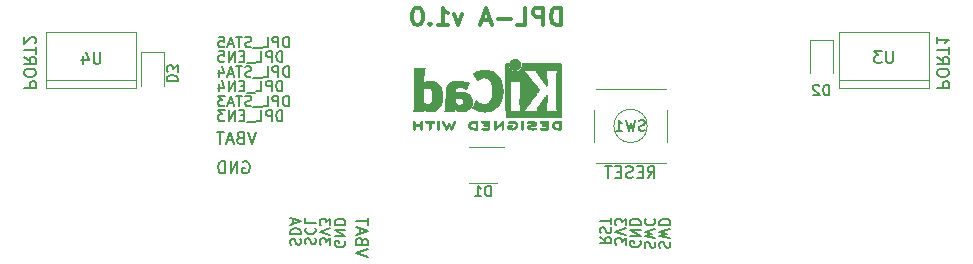
<source format=gbo>
G04 #@! TF.GenerationSoftware,KiCad,Pcbnew,5.99.0-unknown-c7daca1~86~ubuntu18.04.1*
G04 #@! TF.CreationDate,2020-03-26T16:36:09-03:00*
G04 #@! TF.ProjectId,DPL,44504c2e-6b69-4636-9164-5f7063625858,rev?*
G04 #@! TF.SameCoordinates,Original*
G04 #@! TF.FileFunction,Legend,Bot*
G04 #@! TF.FilePolarity,Positive*
%FSLAX46Y46*%
G04 Gerber Fmt 4.6, Leading zero omitted, Abs format (unit mm)*
G04 Created by KiCad (PCBNEW 5.99.0-unknown-c7daca1~86~ubuntu18.04.1) date 2020-03-26 16:36:09*
%MOMM*%
%LPD*%
G01*
G04 APERTURE LIST*
%ADD10C,0.150000*%
%ADD11C,0.300000*%
%ADD12C,0.120000*%
%ADD13C,0.010000*%
G04 APERTURE END LIST*
D10*
X154852380Y-136602380D02*
X155185714Y-136126190D01*
X155423809Y-136602380D02*
X155423809Y-135602380D01*
X155042857Y-135602380D01*
X154947619Y-135650000D01*
X154900000Y-135697619D01*
X154852380Y-135792857D01*
X154852380Y-135935714D01*
X154900000Y-136030952D01*
X154947619Y-136078571D01*
X155042857Y-136126190D01*
X155423809Y-136126190D01*
X154423809Y-136078571D02*
X154090476Y-136078571D01*
X153947619Y-136602380D02*
X154423809Y-136602380D01*
X154423809Y-135602380D01*
X153947619Y-135602380D01*
X153566666Y-136554761D02*
X153423809Y-136602380D01*
X153185714Y-136602380D01*
X153090476Y-136554761D01*
X153042857Y-136507142D01*
X152995238Y-136411904D01*
X152995238Y-136316666D01*
X153042857Y-136221428D01*
X153090476Y-136173809D01*
X153185714Y-136126190D01*
X153376190Y-136078571D01*
X153471428Y-136030952D01*
X153519047Y-135983333D01*
X153566666Y-135888095D01*
X153566666Y-135792857D01*
X153519047Y-135697619D01*
X153471428Y-135650000D01*
X153376190Y-135602380D01*
X153138095Y-135602380D01*
X152995238Y-135650000D01*
X152566666Y-136078571D02*
X152233333Y-136078571D01*
X152090476Y-136602380D02*
X152566666Y-136602380D01*
X152566666Y-135602380D01*
X152090476Y-135602380D01*
X151804761Y-135602380D02*
X151233333Y-135602380D01*
X151519047Y-136602380D02*
X151519047Y-135602380D01*
X102047619Y-128971309D02*
X103047619Y-128971309D01*
X103047619Y-128590357D01*
X103000000Y-128495119D01*
X102952380Y-128447500D01*
X102857142Y-128399880D01*
X102714285Y-128399880D01*
X102619047Y-128447500D01*
X102571428Y-128495119D01*
X102523809Y-128590357D01*
X102523809Y-128971309D01*
X103047619Y-127780833D02*
X103047619Y-127590357D01*
X103000000Y-127495119D01*
X102904761Y-127399880D01*
X102714285Y-127352261D01*
X102380952Y-127352261D01*
X102190476Y-127399880D01*
X102095238Y-127495119D01*
X102047619Y-127590357D01*
X102047619Y-127780833D01*
X102095238Y-127876071D01*
X102190476Y-127971309D01*
X102380952Y-128018928D01*
X102714285Y-128018928D01*
X102904761Y-127971309D01*
X103000000Y-127876071D01*
X103047619Y-127780833D01*
X102047619Y-126352261D02*
X102523809Y-126685595D01*
X102047619Y-126923690D02*
X103047619Y-126923690D01*
X103047619Y-126542738D01*
X103000000Y-126447500D01*
X102952380Y-126399880D01*
X102857142Y-126352261D01*
X102714285Y-126352261D01*
X102619047Y-126399880D01*
X102571428Y-126447500D01*
X102523809Y-126542738D01*
X102523809Y-126923690D01*
X103047619Y-126066547D02*
X103047619Y-125495119D01*
X102047619Y-125780833D02*
X103047619Y-125780833D01*
X102952380Y-125209404D02*
X103000000Y-125161785D01*
X103047619Y-125066547D01*
X103047619Y-124828452D01*
X103000000Y-124733214D01*
X102952380Y-124685595D01*
X102857142Y-124637976D01*
X102761904Y-124637976D01*
X102619047Y-124685595D01*
X102047619Y-125257023D01*
X102047619Y-124637976D01*
X179347619Y-128971309D02*
X180347619Y-128971309D01*
X180347619Y-128590357D01*
X180300000Y-128495119D01*
X180252380Y-128447500D01*
X180157142Y-128399880D01*
X180014285Y-128399880D01*
X179919047Y-128447500D01*
X179871428Y-128495119D01*
X179823809Y-128590357D01*
X179823809Y-128971309D01*
X180347619Y-127780833D02*
X180347619Y-127590357D01*
X180300000Y-127495119D01*
X180204761Y-127399880D01*
X180014285Y-127352261D01*
X179680952Y-127352261D01*
X179490476Y-127399880D01*
X179395238Y-127495119D01*
X179347619Y-127590357D01*
X179347619Y-127780833D01*
X179395238Y-127876071D01*
X179490476Y-127971309D01*
X179680952Y-128018928D01*
X180014285Y-128018928D01*
X180204761Y-127971309D01*
X180300000Y-127876071D01*
X180347619Y-127780833D01*
X179347619Y-126352261D02*
X179823809Y-126685595D01*
X179347619Y-126923690D02*
X180347619Y-126923690D01*
X180347619Y-126542738D01*
X180300000Y-126447500D01*
X180252380Y-126399880D01*
X180157142Y-126352261D01*
X180014285Y-126352261D01*
X179919047Y-126399880D01*
X179871428Y-126447500D01*
X179823809Y-126542738D01*
X179823809Y-126923690D01*
X180347619Y-126066547D02*
X180347619Y-125495119D01*
X179347619Y-125780833D02*
X180347619Y-125780833D01*
X179347619Y-124637976D02*
X179347619Y-125209404D01*
X179347619Y-124923690D02*
X180347619Y-124923690D01*
X180204761Y-125018928D01*
X180109523Y-125114166D01*
X180061904Y-125209404D01*
X120583214Y-135250000D02*
X120678452Y-135202380D01*
X120821309Y-135202380D01*
X120964166Y-135250000D01*
X121059404Y-135345238D01*
X121107023Y-135440476D01*
X121154642Y-135630952D01*
X121154642Y-135773809D01*
X121107023Y-135964285D01*
X121059404Y-136059523D01*
X120964166Y-136154761D01*
X120821309Y-136202380D01*
X120726071Y-136202380D01*
X120583214Y-136154761D01*
X120535595Y-136107142D01*
X120535595Y-135773809D01*
X120726071Y-135773809D01*
X120107023Y-136202380D02*
X120107023Y-135202380D01*
X119535595Y-136202380D01*
X119535595Y-135202380D01*
X119059404Y-136202380D02*
X119059404Y-135202380D01*
X118821309Y-135202380D01*
X118678452Y-135250000D01*
X118583214Y-135345238D01*
X118535595Y-135440476D01*
X118487976Y-135630952D01*
X118487976Y-135773809D01*
X118535595Y-135964285D01*
X118583214Y-136059523D01*
X118678452Y-136154761D01*
X118821309Y-136202380D01*
X119059404Y-136202380D01*
X121678452Y-132702380D02*
X121345119Y-133702380D01*
X121011785Y-132702380D01*
X120345119Y-133178571D02*
X120202261Y-133226190D01*
X120154642Y-133273809D01*
X120107023Y-133369047D01*
X120107023Y-133511904D01*
X120154642Y-133607142D01*
X120202261Y-133654761D01*
X120297500Y-133702380D01*
X120678452Y-133702380D01*
X120678452Y-132702380D01*
X120345119Y-132702380D01*
X120249880Y-132750000D01*
X120202261Y-132797619D01*
X120154642Y-132892857D01*
X120154642Y-132988095D01*
X120202261Y-133083333D01*
X120249880Y-133130952D01*
X120345119Y-133178571D01*
X120678452Y-133178571D01*
X119726071Y-133416666D02*
X119249880Y-133416666D01*
X119821309Y-133702380D02*
X119487976Y-132702380D01*
X119154642Y-133702380D01*
X118964166Y-132702380D02*
X118392738Y-132702380D01*
X118678452Y-133702380D02*
X118678452Y-132702380D01*
X123911785Y-131782142D02*
X123911785Y-130882142D01*
X123697500Y-130882142D01*
X123568928Y-130925000D01*
X123483214Y-131010714D01*
X123440357Y-131096428D01*
X123397500Y-131267857D01*
X123397500Y-131396428D01*
X123440357Y-131567857D01*
X123483214Y-131653571D01*
X123568928Y-131739285D01*
X123697500Y-131782142D01*
X123911785Y-131782142D01*
X123011785Y-131782142D02*
X123011785Y-130882142D01*
X122668928Y-130882142D01*
X122583214Y-130925000D01*
X122540357Y-130967857D01*
X122497500Y-131053571D01*
X122497500Y-131182142D01*
X122540357Y-131267857D01*
X122583214Y-131310714D01*
X122668928Y-131353571D01*
X123011785Y-131353571D01*
X121683214Y-131782142D02*
X122111785Y-131782142D01*
X122111785Y-130882142D01*
X121597500Y-131867857D02*
X120911785Y-131867857D01*
X120697500Y-131310714D02*
X120397500Y-131310714D01*
X120268928Y-131782142D02*
X120697500Y-131782142D01*
X120697500Y-130882142D01*
X120268928Y-130882142D01*
X119883214Y-131782142D02*
X119883214Y-130882142D01*
X119368928Y-131782142D01*
X119368928Y-130882142D01*
X119026071Y-130882142D02*
X118468928Y-130882142D01*
X118768928Y-131225000D01*
X118640357Y-131225000D01*
X118554642Y-131267857D01*
X118511785Y-131310714D01*
X118468928Y-131396428D01*
X118468928Y-131610714D01*
X118511785Y-131696428D01*
X118554642Y-131739285D01*
X118640357Y-131782142D01*
X118897500Y-131782142D01*
X118983214Y-131739285D01*
X119026071Y-131696428D01*
X124468928Y-130532142D02*
X124468928Y-129632142D01*
X124254642Y-129632142D01*
X124126071Y-129675000D01*
X124040357Y-129760714D01*
X123997500Y-129846428D01*
X123954642Y-130017857D01*
X123954642Y-130146428D01*
X123997500Y-130317857D01*
X124040357Y-130403571D01*
X124126071Y-130489285D01*
X124254642Y-130532142D01*
X124468928Y-130532142D01*
X123568928Y-130532142D02*
X123568928Y-129632142D01*
X123226071Y-129632142D01*
X123140357Y-129675000D01*
X123097500Y-129717857D01*
X123054642Y-129803571D01*
X123054642Y-129932142D01*
X123097500Y-130017857D01*
X123140357Y-130060714D01*
X123226071Y-130103571D01*
X123568928Y-130103571D01*
X122240357Y-130532142D02*
X122668928Y-130532142D01*
X122668928Y-129632142D01*
X122154642Y-130617857D02*
X121468928Y-130617857D01*
X121297500Y-130489285D02*
X121168928Y-130532142D01*
X120954642Y-130532142D01*
X120868928Y-130489285D01*
X120826071Y-130446428D01*
X120783214Y-130360714D01*
X120783214Y-130275000D01*
X120826071Y-130189285D01*
X120868928Y-130146428D01*
X120954642Y-130103571D01*
X121126071Y-130060714D01*
X121211785Y-130017857D01*
X121254642Y-129975000D01*
X121297500Y-129889285D01*
X121297500Y-129803571D01*
X121254642Y-129717857D01*
X121211785Y-129675000D01*
X121126071Y-129632142D01*
X120911785Y-129632142D01*
X120783214Y-129675000D01*
X120526071Y-129632142D02*
X120011785Y-129632142D01*
X120268928Y-130532142D02*
X120268928Y-129632142D01*
X119754642Y-130275000D02*
X119326071Y-130275000D01*
X119840357Y-130532142D02*
X119540357Y-129632142D01*
X119240357Y-130532142D01*
X119026071Y-129632142D02*
X118468928Y-129632142D01*
X118768928Y-129975000D01*
X118640357Y-129975000D01*
X118554642Y-130017857D01*
X118511785Y-130060714D01*
X118468928Y-130146428D01*
X118468928Y-130360714D01*
X118511785Y-130446428D01*
X118554642Y-130489285D01*
X118640357Y-130532142D01*
X118897500Y-130532142D01*
X118983214Y-130489285D01*
X119026071Y-130446428D01*
X123911785Y-129282142D02*
X123911785Y-128382142D01*
X123697500Y-128382142D01*
X123568928Y-128425000D01*
X123483214Y-128510714D01*
X123440357Y-128596428D01*
X123397500Y-128767857D01*
X123397500Y-128896428D01*
X123440357Y-129067857D01*
X123483214Y-129153571D01*
X123568928Y-129239285D01*
X123697500Y-129282142D01*
X123911785Y-129282142D01*
X123011785Y-129282142D02*
X123011785Y-128382142D01*
X122668928Y-128382142D01*
X122583214Y-128425000D01*
X122540357Y-128467857D01*
X122497500Y-128553571D01*
X122497500Y-128682142D01*
X122540357Y-128767857D01*
X122583214Y-128810714D01*
X122668928Y-128853571D01*
X123011785Y-128853571D01*
X121683214Y-129282142D02*
X122111785Y-129282142D01*
X122111785Y-128382142D01*
X121597500Y-129367857D02*
X120911785Y-129367857D01*
X120697500Y-128810714D02*
X120397500Y-128810714D01*
X120268928Y-129282142D02*
X120697500Y-129282142D01*
X120697500Y-128382142D01*
X120268928Y-128382142D01*
X119883214Y-129282142D02*
X119883214Y-128382142D01*
X119368928Y-129282142D01*
X119368928Y-128382142D01*
X118554642Y-128682142D02*
X118554642Y-129282142D01*
X118768928Y-128339285D02*
X118983214Y-128982142D01*
X118426071Y-128982142D01*
X124468928Y-128032142D02*
X124468928Y-127132142D01*
X124254642Y-127132142D01*
X124126071Y-127175000D01*
X124040357Y-127260714D01*
X123997500Y-127346428D01*
X123954642Y-127517857D01*
X123954642Y-127646428D01*
X123997500Y-127817857D01*
X124040357Y-127903571D01*
X124126071Y-127989285D01*
X124254642Y-128032142D01*
X124468928Y-128032142D01*
X123568928Y-128032142D02*
X123568928Y-127132142D01*
X123226071Y-127132142D01*
X123140357Y-127175000D01*
X123097500Y-127217857D01*
X123054642Y-127303571D01*
X123054642Y-127432142D01*
X123097500Y-127517857D01*
X123140357Y-127560714D01*
X123226071Y-127603571D01*
X123568928Y-127603571D01*
X122240357Y-128032142D02*
X122668928Y-128032142D01*
X122668928Y-127132142D01*
X122154642Y-128117857D02*
X121468928Y-128117857D01*
X121297500Y-127989285D02*
X121168928Y-128032142D01*
X120954642Y-128032142D01*
X120868928Y-127989285D01*
X120826071Y-127946428D01*
X120783214Y-127860714D01*
X120783214Y-127775000D01*
X120826071Y-127689285D01*
X120868928Y-127646428D01*
X120954642Y-127603571D01*
X121126071Y-127560714D01*
X121211785Y-127517857D01*
X121254642Y-127475000D01*
X121297500Y-127389285D01*
X121297500Y-127303571D01*
X121254642Y-127217857D01*
X121211785Y-127175000D01*
X121126071Y-127132142D01*
X120911785Y-127132142D01*
X120783214Y-127175000D01*
X120526071Y-127132142D02*
X120011785Y-127132142D01*
X120268928Y-128032142D02*
X120268928Y-127132142D01*
X119754642Y-127775000D02*
X119326071Y-127775000D01*
X119840357Y-128032142D02*
X119540357Y-127132142D01*
X119240357Y-128032142D01*
X118554642Y-127432142D02*
X118554642Y-128032142D01*
X118768928Y-127089285D02*
X118983214Y-127732142D01*
X118426071Y-127732142D01*
X123911785Y-126782142D02*
X123911785Y-125882142D01*
X123697500Y-125882142D01*
X123568928Y-125925000D01*
X123483214Y-126010714D01*
X123440357Y-126096428D01*
X123397500Y-126267857D01*
X123397500Y-126396428D01*
X123440357Y-126567857D01*
X123483214Y-126653571D01*
X123568928Y-126739285D01*
X123697500Y-126782142D01*
X123911785Y-126782142D01*
X123011785Y-126782142D02*
X123011785Y-125882142D01*
X122668928Y-125882142D01*
X122583214Y-125925000D01*
X122540357Y-125967857D01*
X122497500Y-126053571D01*
X122497500Y-126182142D01*
X122540357Y-126267857D01*
X122583214Y-126310714D01*
X122668928Y-126353571D01*
X123011785Y-126353571D01*
X121683214Y-126782142D02*
X122111785Y-126782142D01*
X122111785Y-125882142D01*
X121597500Y-126867857D02*
X120911785Y-126867857D01*
X120697500Y-126310714D02*
X120397500Y-126310714D01*
X120268928Y-126782142D02*
X120697500Y-126782142D01*
X120697500Y-125882142D01*
X120268928Y-125882142D01*
X119883214Y-126782142D02*
X119883214Y-125882142D01*
X119368928Y-126782142D01*
X119368928Y-125882142D01*
X118511785Y-125882142D02*
X118940357Y-125882142D01*
X118983214Y-126310714D01*
X118940357Y-126267857D01*
X118854642Y-126225000D01*
X118640357Y-126225000D01*
X118554642Y-126267857D01*
X118511785Y-126310714D01*
X118468928Y-126396428D01*
X118468928Y-126610714D01*
X118511785Y-126696428D01*
X118554642Y-126739285D01*
X118640357Y-126782142D01*
X118854642Y-126782142D01*
X118940357Y-126739285D01*
X118983214Y-126696428D01*
X124468928Y-125532142D02*
X124468928Y-124632142D01*
X124254642Y-124632142D01*
X124126071Y-124675000D01*
X124040357Y-124760714D01*
X123997500Y-124846428D01*
X123954642Y-125017857D01*
X123954642Y-125146428D01*
X123997500Y-125317857D01*
X124040357Y-125403571D01*
X124126071Y-125489285D01*
X124254642Y-125532142D01*
X124468928Y-125532142D01*
X123568928Y-125532142D02*
X123568928Y-124632142D01*
X123226071Y-124632142D01*
X123140357Y-124675000D01*
X123097500Y-124717857D01*
X123054642Y-124803571D01*
X123054642Y-124932142D01*
X123097500Y-125017857D01*
X123140357Y-125060714D01*
X123226071Y-125103571D01*
X123568928Y-125103571D01*
X122240357Y-125532142D02*
X122668928Y-125532142D01*
X122668928Y-124632142D01*
X122154642Y-125617857D02*
X121468928Y-125617857D01*
X121297500Y-125489285D02*
X121168928Y-125532142D01*
X120954642Y-125532142D01*
X120868928Y-125489285D01*
X120826071Y-125446428D01*
X120783214Y-125360714D01*
X120783214Y-125275000D01*
X120826071Y-125189285D01*
X120868928Y-125146428D01*
X120954642Y-125103571D01*
X121126071Y-125060714D01*
X121211785Y-125017857D01*
X121254642Y-124975000D01*
X121297500Y-124889285D01*
X121297500Y-124803571D01*
X121254642Y-124717857D01*
X121211785Y-124675000D01*
X121126071Y-124632142D01*
X120911785Y-124632142D01*
X120783214Y-124675000D01*
X120526071Y-124632142D02*
X120011785Y-124632142D01*
X120268928Y-125532142D02*
X120268928Y-124632142D01*
X119754642Y-125275000D02*
X119326071Y-125275000D01*
X119840357Y-125532142D02*
X119540357Y-124632142D01*
X119240357Y-125532142D01*
X118511785Y-124632142D02*
X118940357Y-124632142D01*
X118983214Y-125060714D01*
X118940357Y-125017857D01*
X118854642Y-124975000D01*
X118640357Y-124975000D01*
X118554642Y-125017857D01*
X118511785Y-125060714D01*
X118468928Y-125146428D01*
X118468928Y-125360714D01*
X118511785Y-125446428D01*
X118554642Y-125489285D01*
X118640357Y-125532142D01*
X118854642Y-125532142D01*
X118940357Y-125489285D01*
X118983214Y-125446428D01*
X155885714Y-142511785D02*
X155842857Y-142383214D01*
X155842857Y-142168928D01*
X155885714Y-142083214D01*
X155928571Y-142040357D01*
X156014285Y-141997500D01*
X156100000Y-141997500D01*
X156185714Y-142040357D01*
X156228571Y-142083214D01*
X156271428Y-142168928D01*
X156314285Y-142340357D01*
X156357142Y-142426071D01*
X156400000Y-142468928D01*
X156485714Y-142511785D01*
X156571428Y-142511785D01*
X156657142Y-142468928D01*
X156700000Y-142426071D01*
X156742857Y-142340357D01*
X156742857Y-142126071D01*
X156700000Y-141997500D01*
X156742857Y-141697500D02*
X155842857Y-141483214D01*
X156485714Y-141311785D01*
X155842857Y-141140357D01*
X156742857Y-140926071D01*
X155842857Y-140583214D02*
X156742857Y-140583214D01*
X156742857Y-140368928D01*
X156700000Y-140240357D01*
X156614285Y-140154642D01*
X156528571Y-140111785D01*
X156357142Y-140068928D01*
X156228571Y-140068928D01*
X156057142Y-140111785D01*
X155971428Y-140154642D01*
X155885714Y-140240357D01*
X155842857Y-140368928D01*
X155842857Y-140583214D01*
X154635714Y-142511785D02*
X154592857Y-142383214D01*
X154592857Y-142168928D01*
X154635714Y-142083214D01*
X154678571Y-142040357D01*
X154764285Y-141997500D01*
X154850000Y-141997500D01*
X154935714Y-142040357D01*
X154978571Y-142083214D01*
X155021428Y-142168928D01*
X155064285Y-142340357D01*
X155107142Y-142426071D01*
X155150000Y-142468928D01*
X155235714Y-142511785D01*
X155321428Y-142511785D01*
X155407142Y-142468928D01*
X155450000Y-142426071D01*
X155492857Y-142340357D01*
X155492857Y-142126071D01*
X155450000Y-141997500D01*
X155492857Y-141697500D02*
X154592857Y-141483214D01*
X155235714Y-141311785D01*
X154592857Y-141140357D01*
X155492857Y-140926071D01*
X154678571Y-140068928D02*
X154635714Y-140111785D01*
X154592857Y-140240357D01*
X154592857Y-140326071D01*
X154635714Y-140454642D01*
X154721428Y-140540357D01*
X154807142Y-140583214D01*
X154978571Y-140626071D01*
X155107142Y-140626071D01*
X155278571Y-140583214D01*
X155364285Y-140540357D01*
X155450000Y-140454642D01*
X155492857Y-140326071D01*
X155492857Y-140240357D01*
X155450000Y-140111785D01*
X155407142Y-140068928D01*
X154200000Y-141954642D02*
X154242857Y-142040357D01*
X154242857Y-142168928D01*
X154200000Y-142297500D01*
X154114285Y-142383214D01*
X154028571Y-142426071D01*
X153857142Y-142468928D01*
X153728571Y-142468928D01*
X153557142Y-142426071D01*
X153471428Y-142383214D01*
X153385714Y-142297500D01*
X153342857Y-142168928D01*
X153342857Y-142083214D01*
X153385714Y-141954642D01*
X153428571Y-141911785D01*
X153728571Y-141911785D01*
X153728571Y-142083214D01*
X153342857Y-141526071D02*
X154242857Y-141526071D01*
X153342857Y-141011785D01*
X154242857Y-141011785D01*
X153342857Y-140583214D02*
X154242857Y-140583214D01*
X154242857Y-140368928D01*
X154200000Y-140240357D01*
X154114285Y-140154642D01*
X154028571Y-140111785D01*
X153857142Y-140068928D01*
X153728571Y-140068928D01*
X153557142Y-140111785D01*
X153471428Y-140154642D01*
X153385714Y-140240357D01*
X153342857Y-140368928D01*
X153342857Y-140583214D01*
X152992857Y-142254642D02*
X152992857Y-141697500D01*
X152650000Y-141997500D01*
X152650000Y-141868928D01*
X152607142Y-141783214D01*
X152564285Y-141740357D01*
X152478571Y-141697500D01*
X152264285Y-141697500D01*
X152178571Y-141740357D01*
X152135714Y-141783214D01*
X152092857Y-141868928D01*
X152092857Y-142126071D01*
X152135714Y-142211785D01*
X152178571Y-142254642D01*
X152992857Y-141440357D02*
X152092857Y-141140357D01*
X152992857Y-140840357D01*
X152992857Y-140626071D02*
X152992857Y-140068928D01*
X152650000Y-140368928D01*
X152650000Y-140240357D01*
X152607142Y-140154642D01*
X152564285Y-140111785D01*
X152478571Y-140068928D01*
X152264285Y-140068928D01*
X152178571Y-140111785D01*
X152135714Y-140154642D01*
X152092857Y-140240357D01*
X152092857Y-140497500D01*
X152135714Y-140583214D01*
X152178571Y-140626071D01*
X150842857Y-141611785D02*
X151271428Y-141911785D01*
X150842857Y-142126071D02*
X151742857Y-142126071D01*
X151742857Y-141783214D01*
X151700000Y-141697500D01*
X151657142Y-141654642D01*
X151571428Y-141611785D01*
X151442857Y-141611785D01*
X151357142Y-141654642D01*
X151314285Y-141697500D01*
X151271428Y-141783214D01*
X151271428Y-142126071D01*
X150885714Y-141268928D02*
X150842857Y-141140357D01*
X150842857Y-140926071D01*
X150885714Y-140840357D01*
X150928571Y-140797500D01*
X151014285Y-140754642D01*
X151100000Y-140754642D01*
X151185714Y-140797500D01*
X151228571Y-140840357D01*
X151271428Y-140926071D01*
X151314285Y-141097500D01*
X151357142Y-141183214D01*
X151400000Y-141226071D01*
X151485714Y-141268928D01*
X151571428Y-141268928D01*
X151657142Y-141226071D01*
X151700000Y-141183214D01*
X151742857Y-141097500D01*
X151742857Y-140883214D01*
X151700000Y-140754642D01*
X151742857Y-140497500D02*
X151742857Y-139983214D01*
X150842857Y-140240357D02*
X151742857Y-140240357D01*
X125885714Y-142211785D02*
X125842857Y-142083214D01*
X125842857Y-141868928D01*
X125885714Y-141783214D01*
X125928571Y-141740357D01*
X126014285Y-141697500D01*
X126100000Y-141697500D01*
X126185714Y-141740357D01*
X126228571Y-141783214D01*
X126271428Y-141868928D01*
X126314285Y-142040357D01*
X126357142Y-142126071D01*
X126400000Y-142168928D01*
X126485714Y-142211785D01*
X126571428Y-142211785D01*
X126657142Y-142168928D01*
X126700000Y-142126071D01*
X126742857Y-142040357D01*
X126742857Y-141826071D01*
X126700000Y-141697500D01*
X125928571Y-140797500D02*
X125885714Y-140840357D01*
X125842857Y-140968928D01*
X125842857Y-141054642D01*
X125885714Y-141183214D01*
X125971428Y-141268928D01*
X126057142Y-141311785D01*
X126228571Y-141354642D01*
X126357142Y-141354642D01*
X126528571Y-141311785D01*
X126614285Y-141268928D01*
X126700000Y-141183214D01*
X126742857Y-141054642D01*
X126742857Y-140968928D01*
X126700000Y-140840357D01*
X126657142Y-140797500D01*
X125842857Y-139983214D02*
X125842857Y-140411785D01*
X126742857Y-140411785D01*
X124635714Y-142254642D02*
X124592857Y-142126071D01*
X124592857Y-141911785D01*
X124635714Y-141826071D01*
X124678571Y-141783214D01*
X124764285Y-141740357D01*
X124850000Y-141740357D01*
X124935714Y-141783214D01*
X124978571Y-141826071D01*
X125021428Y-141911785D01*
X125064285Y-142083214D01*
X125107142Y-142168928D01*
X125150000Y-142211785D01*
X125235714Y-142254642D01*
X125321428Y-142254642D01*
X125407142Y-142211785D01*
X125450000Y-142168928D01*
X125492857Y-142083214D01*
X125492857Y-141868928D01*
X125450000Y-141740357D01*
X124592857Y-141354642D02*
X125492857Y-141354642D01*
X125492857Y-141140357D01*
X125450000Y-141011785D01*
X125364285Y-140926071D01*
X125278571Y-140883214D01*
X125107142Y-140840357D01*
X124978571Y-140840357D01*
X124807142Y-140883214D01*
X124721428Y-140926071D01*
X124635714Y-141011785D01*
X124592857Y-141140357D01*
X124592857Y-141354642D01*
X124850000Y-140497500D02*
X124850000Y-140068928D01*
X124592857Y-140583214D02*
X125492857Y-140283214D01*
X124592857Y-139983214D01*
X127992857Y-142254642D02*
X127992857Y-141697500D01*
X127650000Y-141997500D01*
X127650000Y-141868928D01*
X127607142Y-141783214D01*
X127564285Y-141740357D01*
X127478571Y-141697500D01*
X127264285Y-141697500D01*
X127178571Y-141740357D01*
X127135714Y-141783214D01*
X127092857Y-141868928D01*
X127092857Y-142126071D01*
X127135714Y-142211785D01*
X127178571Y-142254642D01*
X127992857Y-141440357D02*
X127092857Y-141140357D01*
X127992857Y-140840357D01*
X127992857Y-140626071D02*
X127992857Y-140068928D01*
X127650000Y-140368928D01*
X127650000Y-140240357D01*
X127607142Y-140154642D01*
X127564285Y-140111785D01*
X127478571Y-140068928D01*
X127264285Y-140068928D01*
X127178571Y-140111785D01*
X127135714Y-140154642D01*
X127092857Y-140240357D01*
X127092857Y-140497500D01*
X127135714Y-140583214D01*
X127178571Y-140626071D01*
X129200000Y-141954642D02*
X129242857Y-142040357D01*
X129242857Y-142168928D01*
X129200000Y-142297500D01*
X129114285Y-142383214D01*
X129028571Y-142426071D01*
X128857142Y-142468928D01*
X128728571Y-142468928D01*
X128557142Y-142426071D01*
X128471428Y-142383214D01*
X128385714Y-142297500D01*
X128342857Y-142168928D01*
X128342857Y-142083214D01*
X128385714Y-141954642D01*
X128428571Y-141911785D01*
X128728571Y-141911785D01*
X128728571Y-142083214D01*
X128342857Y-141526071D02*
X129242857Y-141526071D01*
X128342857Y-141011785D01*
X129242857Y-141011785D01*
X128342857Y-140583214D02*
X129242857Y-140583214D01*
X129242857Y-140368928D01*
X129200000Y-140240357D01*
X129114285Y-140154642D01*
X129028571Y-140111785D01*
X128857142Y-140068928D01*
X128728571Y-140068928D01*
X128557142Y-140111785D01*
X128471428Y-140154642D01*
X128385714Y-140240357D01*
X128342857Y-140368928D01*
X128342857Y-140583214D01*
X131172619Y-143278452D02*
X130172619Y-142945119D01*
X131172619Y-142611785D01*
X130696428Y-141945119D02*
X130648809Y-141802261D01*
X130601190Y-141754642D01*
X130505952Y-141707023D01*
X130363095Y-141707023D01*
X130267857Y-141754642D01*
X130220238Y-141802261D01*
X130172619Y-141897500D01*
X130172619Y-142278452D01*
X131172619Y-142278452D01*
X131172619Y-141945119D01*
X131125000Y-141849880D01*
X131077380Y-141802261D01*
X130982142Y-141754642D01*
X130886904Y-141754642D01*
X130791666Y-141802261D01*
X130744047Y-141849880D01*
X130696428Y-141945119D01*
X130696428Y-142278452D01*
X130458333Y-141326071D02*
X130458333Y-140849880D01*
X130172619Y-141421309D02*
X131172619Y-141087976D01*
X130172619Y-140754642D01*
X131172619Y-140564166D02*
X131172619Y-139992738D01*
X130172619Y-140278452D02*
X131172619Y-140278452D01*
D11*
X147500000Y-123678571D02*
X147500000Y-122178571D01*
X147142857Y-122178571D01*
X146928571Y-122250000D01*
X146785714Y-122392857D01*
X146714285Y-122535714D01*
X146642857Y-122821428D01*
X146642857Y-123035714D01*
X146714285Y-123321428D01*
X146785714Y-123464285D01*
X146928571Y-123607142D01*
X147142857Y-123678571D01*
X147500000Y-123678571D01*
X146000000Y-123678571D02*
X146000000Y-122178571D01*
X145428571Y-122178571D01*
X145285714Y-122250000D01*
X145214285Y-122321428D01*
X145142857Y-122464285D01*
X145142857Y-122678571D01*
X145214285Y-122821428D01*
X145285714Y-122892857D01*
X145428571Y-122964285D01*
X146000000Y-122964285D01*
X143785714Y-123678571D02*
X144500000Y-123678571D01*
X144500000Y-122178571D01*
X143285714Y-123107142D02*
X142142857Y-123107142D01*
X141500000Y-123250000D02*
X140785714Y-123250000D01*
X141642857Y-123678571D02*
X141142857Y-122178571D01*
X140642857Y-123678571D01*
X139142857Y-122678571D02*
X138785714Y-123678571D01*
X138428571Y-122678571D01*
X137071428Y-123678571D02*
X137928571Y-123678571D01*
X137500000Y-123678571D02*
X137500000Y-122178571D01*
X137642857Y-122392857D01*
X137785714Y-122535714D01*
X137928571Y-122607142D01*
X136428571Y-123535714D02*
X136357142Y-123607142D01*
X136428571Y-123678571D01*
X136500000Y-123607142D01*
X136428571Y-123535714D01*
X136428571Y-123678571D01*
X135428571Y-122178571D02*
X135285714Y-122178571D01*
X135142857Y-122250000D01*
X135071428Y-122321428D01*
X135000000Y-122464285D01*
X134928571Y-122750000D01*
X134928571Y-123107142D01*
X135000000Y-123392857D01*
X135071428Y-123535714D01*
X135142857Y-123607142D01*
X135285714Y-123678571D01*
X135428571Y-123678571D01*
X135571428Y-123607142D01*
X135642857Y-123535714D01*
X135714285Y-123392857D01*
X135785714Y-123107142D01*
X135785714Y-122750000D01*
X135714285Y-122464285D01*
X135642857Y-122321428D01*
X135571428Y-122250000D01*
X135428571Y-122178571D01*
D12*
X170510000Y-124890000D02*
X170510000Y-127750000D01*
X168590000Y-124890000D02*
X170510000Y-124890000D01*
X168590000Y-127750000D02*
X168590000Y-124890000D01*
X171040000Y-128270000D02*
X178660000Y-128270000D01*
X178660000Y-128970000D02*
X178660000Y-124270000D01*
X171040000Y-128970000D02*
X178660000Y-128970000D01*
X171040000Y-124270000D02*
X171040000Y-128970000D01*
X178660000Y-124270000D02*
X171040000Y-124270000D01*
X103940000Y-128270000D02*
X111560000Y-128270000D01*
X111560000Y-128970000D02*
X111560000Y-124270000D01*
X103940000Y-128970000D02*
X111560000Y-128970000D01*
X103940000Y-124270000D02*
X103940000Y-128970000D01*
X111560000Y-124270000D02*
X103940000Y-124270000D01*
G36*
X147526059Y-127743011D02*
G01*
X147526362Y-127890216D01*
X147526548Y-128054349D01*
X147526642Y-128236352D01*
X147526671Y-128437165D01*
X147526661Y-128657732D01*
X147526636Y-128898992D01*
X147526622Y-129161889D01*
X147526622Y-129204040D01*
X147526646Y-129464668D01*
X147526685Y-129703796D01*
X147526708Y-129922360D01*
X147526687Y-130121295D01*
X147526593Y-130301535D01*
X147526395Y-130464015D01*
X147526063Y-130609670D01*
X147525569Y-130739434D01*
X147524883Y-130854243D01*
X147523976Y-130955030D01*
X147522817Y-131042730D01*
X147521378Y-131118279D01*
X147519629Y-131182611D01*
X147517540Y-131236661D01*
X147515083Y-131281363D01*
X147512227Y-131317652D01*
X147508943Y-131346463D01*
X147505202Y-131368731D01*
X147500974Y-131385390D01*
X147496229Y-131397375D01*
X147490939Y-131405621D01*
X147485073Y-131411062D01*
X147478602Y-131414634D01*
X147471497Y-131417270D01*
X147463728Y-131419906D01*
X147455266Y-131423477D01*
X147450908Y-131425145D01*
X147442395Y-131427111D01*
X147429694Y-131428911D01*
X147411885Y-131430555D01*
X147388049Y-131432047D01*
X147357266Y-131433397D01*
X147318617Y-131434611D01*
X147271182Y-131435697D01*
X147214043Y-131436661D01*
X147146279Y-131437511D01*
X147066971Y-131438253D01*
X146975199Y-131438897D01*
X146870044Y-131439447D01*
X146750587Y-131439913D01*
X146615908Y-131440300D01*
X146465088Y-131440616D01*
X146297206Y-131440869D01*
X146111345Y-131441066D01*
X145906583Y-131441213D01*
X145682002Y-131441318D01*
X145436682Y-131441389D01*
X145169704Y-131441432D01*
X145131321Y-131441437D01*
X144865922Y-131441480D01*
X144622050Y-131441525D01*
X144398783Y-131441548D01*
X144195196Y-131441524D01*
X144010367Y-131441430D01*
X143843373Y-131441243D01*
X143693290Y-131440939D01*
X143559196Y-131440494D01*
X143440166Y-131439885D01*
X143335279Y-131439089D01*
X143243610Y-131438080D01*
X143164237Y-131436837D01*
X143096237Y-131435335D01*
X143038686Y-131433551D01*
X142990662Y-131431461D01*
X142951240Y-131429042D01*
X142919499Y-131426270D01*
X142894514Y-131423121D01*
X142875364Y-131419572D01*
X142861123Y-131415598D01*
X142850871Y-131411178D01*
X142843682Y-131406286D01*
X142838635Y-131400900D01*
X142834805Y-131394996D01*
X142831271Y-131388549D01*
X142827108Y-131381537D01*
X142826025Y-131379687D01*
X142823813Y-131374180D01*
X142821786Y-131365868D01*
X142819938Y-131353809D01*
X142818261Y-131337063D01*
X142816745Y-131314687D01*
X142815383Y-131285740D01*
X142814167Y-131249280D01*
X142813089Y-131204367D01*
X142812140Y-131150057D01*
X142811312Y-131085410D01*
X142810597Y-131009484D01*
X142809987Y-130921338D01*
X142809943Y-130912493D01*
X143101378Y-130912493D01*
X143105260Y-130913765D01*
X143128520Y-130915791D01*
X143170874Y-130917626D01*
X143230132Y-130919227D01*
X143304107Y-130920549D01*
X143390610Y-130921548D01*
X143487452Y-130922180D01*
X143592445Y-130922400D01*
X144290651Y-130922400D01*
X145445090Y-130922400D01*
X145444456Y-130846200D01*
X145445574Y-130804160D01*
X145451304Y-130768334D01*
X145463890Y-130730772D01*
X145485568Y-130682577D01*
X145488789Y-130675897D01*
X145514188Y-130626359D01*
X145540996Y-130578369D01*
X145563917Y-130541466D01*
X145568485Y-130534834D01*
X145590516Y-130503593D01*
X145622693Y-130458654D01*
X145663457Y-130402147D01*
X145711245Y-130336204D01*
X145764498Y-130262957D01*
X145821655Y-130184536D01*
X145881155Y-130103072D01*
X145941437Y-130020698D01*
X146000940Y-129939544D01*
X146058105Y-129861742D01*
X146111370Y-129789423D01*
X146159174Y-129724718D01*
X146199957Y-129669759D01*
X146232158Y-129626676D01*
X146254216Y-129597602D01*
X146264571Y-129584667D01*
X146269044Y-129580351D01*
X146273236Y-129578312D01*
X146276643Y-129580926D01*
X146279325Y-129589986D01*
X146281341Y-129607285D01*
X146282748Y-129634614D01*
X146283605Y-129673765D01*
X146283970Y-129726533D01*
X146283903Y-129794707D01*
X146283460Y-129880082D01*
X146282702Y-129984449D01*
X146281685Y-130109600D01*
X146281308Y-130154300D01*
X146280169Y-130275395D01*
X146278972Y-130376688D01*
X146277636Y-130460262D01*
X146276077Y-130528204D01*
X146274215Y-130582599D01*
X146271966Y-130625532D01*
X146269248Y-130659089D01*
X146265979Y-130685355D01*
X146262078Y-130706416D01*
X146257461Y-130724357D01*
X146249192Y-130750770D01*
X146225583Y-130812772D01*
X146199685Y-130865573D01*
X146174535Y-130902645D01*
X146173339Y-130904075D01*
X146171168Y-130908424D01*
X146173328Y-130912026D01*
X146181644Y-130914951D01*
X146197940Y-130917269D01*
X146224041Y-130919051D01*
X146261771Y-130920367D01*
X146312956Y-130921286D01*
X146379420Y-130921878D01*
X146462987Y-130922215D01*
X146565483Y-130922365D01*
X146688732Y-130922400D01*
X147220296Y-130922400D01*
X147181523Y-130864783D01*
X147175432Y-130855893D01*
X147164976Y-130841069D01*
X147155579Y-130827422D01*
X147147183Y-130813765D01*
X147139733Y-130798911D01*
X147133173Y-130781670D01*
X147127446Y-130760855D01*
X147122495Y-130735280D01*
X147118266Y-130703755D01*
X147114701Y-130665093D01*
X147111744Y-130618107D01*
X147109340Y-130561608D01*
X147107431Y-130494409D01*
X147105962Y-130415322D01*
X147104876Y-130323160D01*
X147104118Y-130216734D01*
X147103630Y-130094857D01*
X147103358Y-129956341D01*
X147103243Y-129799999D01*
X147103231Y-129624642D01*
X147103265Y-129429082D01*
X147103289Y-129212133D01*
X147103280Y-129089513D01*
X147103243Y-128884447D01*
X147103227Y-128700116D01*
X147103288Y-128535334D01*
X147103484Y-128388916D01*
X147103870Y-128259674D01*
X147104505Y-128146422D01*
X147105444Y-128047975D01*
X147106745Y-127963144D01*
X147108464Y-127890744D01*
X147110659Y-127829589D01*
X147113385Y-127778492D01*
X147116701Y-127736267D01*
X147120662Y-127701727D01*
X147125325Y-127673686D01*
X147130747Y-127650958D01*
X147136986Y-127632356D01*
X147144097Y-127616693D01*
X147152138Y-127602784D01*
X147161166Y-127589441D01*
X147171236Y-127575479D01*
X147182407Y-127559711D01*
X147222197Y-127501867D01*
X146162314Y-127501867D01*
X146200311Y-127564966D01*
X146214993Y-127590005D01*
X146229531Y-127617586D01*
X146241627Y-127645700D01*
X146251532Y-127676551D01*
X146259494Y-127712344D01*
X146265761Y-127755283D01*
X146270582Y-127807574D01*
X146274206Y-127871419D01*
X146276881Y-127949025D01*
X146278857Y-128042594D01*
X146280382Y-128154333D01*
X146281704Y-128286445D01*
X146282613Y-128406434D01*
X146283020Y-128523063D01*
X146282767Y-128618531D01*
X146281857Y-128692556D01*
X146280293Y-128744855D01*
X146278079Y-128775149D01*
X146275220Y-128783156D01*
X146272161Y-128779858D01*
X146254006Y-128758408D01*
X146224275Y-128721889D01*
X146184639Y-128672442D01*
X146136771Y-128612207D01*
X146082343Y-128543327D01*
X146023027Y-128467943D01*
X145960495Y-128388196D01*
X145896421Y-128306228D01*
X145832475Y-128224180D01*
X145770331Y-128144194D01*
X145711661Y-128068411D01*
X145658137Y-127998973D01*
X145611430Y-127938021D01*
X145573214Y-127887696D01*
X145545161Y-127850140D01*
X145528943Y-127827495D01*
X145483635Y-127755212D01*
X145443661Y-127675463D01*
X145422130Y-127607188D01*
X145418827Y-127549844D01*
X145424116Y-127501867D01*
X144292356Y-127502117D01*
X144331867Y-127532722D01*
X144341248Y-127540089D01*
X144404183Y-127594438D01*
X144472997Y-127662259D01*
X144549596Y-127745516D01*
X144635888Y-127846178D01*
X144653052Y-127866847D01*
X144693833Y-127916409D01*
X144743588Y-127977326D01*
X144800955Y-128047898D01*
X144864569Y-128126424D01*
X144933069Y-128211204D01*
X145005090Y-128300537D01*
X145079270Y-128392722D01*
X145094517Y-128411702D01*
X145154246Y-128486060D01*
X145228653Y-128578848D01*
X145301131Y-128669388D01*
X145370314Y-128755978D01*
X145434841Y-128836918D01*
X145493347Y-128910506D01*
X145544470Y-128975044D01*
X145586847Y-129028829D01*
X145619115Y-129070162D01*
X145639910Y-129097342D01*
X145647869Y-129108668D01*
X145646111Y-129112771D01*
X145633230Y-129133334D01*
X145608885Y-129169561D01*
X145574247Y-129219824D01*
X145530486Y-129282492D01*
X145478775Y-129355936D01*
X145420284Y-129438527D01*
X145356184Y-129528636D01*
X145287646Y-129624631D01*
X145215843Y-129724885D01*
X145141944Y-129827768D01*
X145067121Y-129931650D01*
X144992545Y-130034901D01*
X144919387Y-130135892D01*
X144848819Y-130232994D01*
X144782011Y-130324577D01*
X144720135Y-130409011D01*
X144664361Y-130484667D01*
X144615862Y-130549916D01*
X144575807Y-130603128D01*
X144545369Y-130642673D01*
X144524944Y-130668026D01*
X144478899Y-130722295D01*
X144428612Y-130778775D01*
X144381815Y-130828669D01*
X144290651Y-130922400D01*
X143592445Y-130922400D01*
X143661356Y-130922349D01*
X143759607Y-130922091D01*
X143849030Y-130921637D01*
X143927333Y-130921010D01*
X143992223Y-130920235D01*
X144041411Y-130919335D01*
X144072604Y-130918334D01*
X144083511Y-130917257D01*
X144082322Y-130914037D01*
X144072176Y-130896452D01*
X144055040Y-130870158D01*
X144046540Y-130857691D01*
X144037329Y-130843622D01*
X144029233Y-130829351D01*
X144022185Y-130813479D01*
X144016117Y-130794609D01*
X144010961Y-130771341D01*
X144006651Y-130742278D01*
X144003119Y-130706021D01*
X144000297Y-130661170D01*
X143998118Y-130606328D01*
X143996514Y-130540097D01*
X143995419Y-130461077D01*
X143994765Y-130367871D01*
X143994484Y-130259079D01*
X143994509Y-130133303D01*
X143994772Y-129989145D01*
X143995206Y-129825207D01*
X143995745Y-129640089D01*
X143996279Y-129461232D01*
X143996805Y-129302374D01*
X143997350Y-129163316D01*
X143997945Y-129042665D01*
X143998619Y-128939028D01*
X143999403Y-128851011D01*
X144000326Y-128777223D01*
X144001419Y-128716269D01*
X144002712Y-128666757D01*
X144004235Y-128627293D01*
X144006019Y-128596484D01*
X144008092Y-128572938D01*
X144010486Y-128555260D01*
X144013230Y-128542059D01*
X144016356Y-128531940D01*
X144019892Y-128523511D01*
X144023791Y-128515375D01*
X144043438Y-128478544D01*
X144062225Y-128448391D01*
X144063272Y-128446908D01*
X144077602Y-128424659D01*
X144083511Y-128411702D01*
X144082504Y-128411249D01*
X144065305Y-128409803D01*
X144028656Y-128408480D01*
X143974962Y-128407316D01*
X143906630Y-128406347D01*
X143826064Y-128405611D01*
X143735670Y-128405142D01*
X143637853Y-128404978D01*
X143192195Y-128404978D01*
X143189120Y-129581845D01*
X143186045Y-130758711D01*
X143159407Y-130817622D01*
X143147485Y-130842183D01*
X143130246Y-130872434D01*
X143117074Y-130889560D01*
X143109076Y-130897591D01*
X143101378Y-130912493D01*
X142809943Y-130912493D01*
X142809474Y-130820029D01*
X142809050Y-130704617D01*
X142808706Y-130574160D01*
X142808434Y-130427716D01*
X142808227Y-130264344D01*
X142808076Y-130083101D01*
X142807972Y-129883048D01*
X142807908Y-129663241D01*
X142807876Y-129422739D01*
X142807867Y-129160602D01*
X142807867Y-126969031D01*
X142846249Y-126930649D01*
X142873355Y-126906911D01*
X142900253Y-126895111D01*
X142936560Y-126892267D01*
X142988489Y-126892267D01*
X142988489Y-126980206D01*
X142990427Y-127030102D01*
X143009199Y-127140523D01*
X143046217Y-127241987D01*
X143099369Y-127333152D01*
X143166546Y-127412673D01*
X143245638Y-127479205D01*
X143334534Y-127531406D01*
X143431125Y-127567930D01*
X143533300Y-127587434D01*
X143638950Y-127588573D01*
X143745964Y-127570005D01*
X143852232Y-127530384D01*
X143949219Y-127472516D01*
X144034293Y-127397684D01*
X144103015Y-127309615D01*
X144153918Y-127210616D01*
X144185535Y-127102993D01*
X144196400Y-126989054D01*
X144196400Y-126892267D01*
X145816753Y-126892267D01*
X146027897Y-126892280D01*
X146232020Y-126892330D01*
X146415686Y-126892430D01*
X146579991Y-126892592D01*
X146726029Y-126892829D01*
X146854894Y-126893153D01*
X146967683Y-126893575D01*
X147065488Y-126894109D01*
X147149404Y-126894767D01*
X147220527Y-126895561D01*
X147279950Y-126896504D01*
X147328768Y-126897608D01*
X147368077Y-126898884D01*
X147398969Y-126900347D01*
X147422541Y-126902007D01*
X147439886Y-126903878D01*
X147452099Y-126905972D01*
X147460275Y-126908300D01*
X147465508Y-126910876D01*
X147471504Y-126914445D01*
X147478279Y-126917978D01*
X147484478Y-126921488D01*
X147490126Y-126925918D01*
X147495247Y-126932208D01*
X147499869Y-126941301D01*
X147504015Y-126954139D01*
X147507713Y-126971662D01*
X147510987Y-126994813D01*
X147513863Y-127024534D01*
X147516367Y-127061765D01*
X147518524Y-127107449D01*
X147520360Y-127162527D01*
X147521900Y-127227941D01*
X147523170Y-127304633D01*
X147524195Y-127393544D01*
X147525001Y-127495617D01*
X147525034Y-127501867D01*
X147525614Y-127611792D01*
X147526059Y-127743011D01*
G37*
D13*
X147526059Y-127743011D02*
X147526362Y-127890216D01*
X147526548Y-128054349D01*
X147526642Y-128236352D01*
X147526671Y-128437165D01*
X147526661Y-128657732D01*
X147526636Y-128898992D01*
X147526622Y-129161889D01*
X147526622Y-129204040D01*
X147526646Y-129464668D01*
X147526685Y-129703796D01*
X147526708Y-129922360D01*
X147526687Y-130121295D01*
X147526593Y-130301535D01*
X147526395Y-130464015D01*
X147526063Y-130609670D01*
X147525569Y-130739434D01*
X147524883Y-130854243D01*
X147523976Y-130955030D01*
X147522817Y-131042730D01*
X147521378Y-131118279D01*
X147519629Y-131182611D01*
X147517540Y-131236661D01*
X147515083Y-131281363D01*
X147512227Y-131317652D01*
X147508943Y-131346463D01*
X147505202Y-131368731D01*
X147500974Y-131385390D01*
X147496229Y-131397375D01*
X147490939Y-131405621D01*
X147485073Y-131411062D01*
X147478602Y-131414634D01*
X147471497Y-131417270D01*
X147463728Y-131419906D01*
X147455266Y-131423477D01*
X147450908Y-131425145D01*
X147442395Y-131427111D01*
X147429694Y-131428911D01*
X147411885Y-131430555D01*
X147388049Y-131432047D01*
X147357266Y-131433397D01*
X147318617Y-131434611D01*
X147271182Y-131435697D01*
X147214043Y-131436661D01*
X147146279Y-131437511D01*
X147066971Y-131438253D01*
X146975199Y-131438897D01*
X146870044Y-131439447D01*
X146750587Y-131439913D01*
X146615908Y-131440300D01*
X146465088Y-131440616D01*
X146297206Y-131440869D01*
X146111345Y-131441066D01*
X145906583Y-131441213D01*
X145682002Y-131441318D01*
X145436682Y-131441389D01*
X145169704Y-131441432D01*
X145131321Y-131441437D01*
X144865922Y-131441480D01*
X144622050Y-131441525D01*
X144398783Y-131441548D01*
X144195196Y-131441524D01*
X144010367Y-131441430D01*
X143843373Y-131441243D01*
X143693290Y-131440939D01*
X143559196Y-131440494D01*
X143440166Y-131439885D01*
X143335279Y-131439089D01*
X143243610Y-131438080D01*
X143164237Y-131436837D01*
X143096237Y-131435335D01*
X143038686Y-131433551D01*
X142990662Y-131431461D01*
X142951240Y-131429042D01*
X142919499Y-131426270D01*
X142894514Y-131423121D01*
X142875364Y-131419572D01*
X142861123Y-131415598D01*
X142850871Y-131411178D01*
X142843682Y-131406286D01*
X142838635Y-131400900D01*
X142834805Y-131394996D01*
X142831271Y-131388549D01*
X142827108Y-131381537D01*
X142826025Y-131379687D01*
X142823813Y-131374180D01*
X142821786Y-131365868D01*
X142819938Y-131353809D01*
X142818261Y-131337063D01*
X142816745Y-131314687D01*
X142815383Y-131285740D01*
X142814167Y-131249280D01*
X142813089Y-131204367D01*
X142812140Y-131150057D01*
X142811312Y-131085410D01*
X142810597Y-131009484D01*
X142809987Y-130921338D01*
X142809943Y-130912493D01*
X143101378Y-130912493D01*
X143105260Y-130913765D01*
X143128520Y-130915791D01*
X143170874Y-130917626D01*
X143230132Y-130919227D01*
X143304107Y-130920549D01*
X143390610Y-130921548D01*
X143487452Y-130922180D01*
X143592445Y-130922400D01*
X144290651Y-130922400D01*
X145445090Y-130922400D01*
X145444456Y-130846200D01*
X145445574Y-130804160D01*
X145451304Y-130768334D01*
X145463890Y-130730772D01*
X145485568Y-130682577D01*
X145488789Y-130675897D01*
X145514188Y-130626359D01*
X145540996Y-130578369D01*
X145563917Y-130541466D01*
X145568485Y-130534834D01*
X145590516Y-130503593D01*
X145622693Y-130458654D01*
X145663457Y-130402147D01*
X145711245Y-130336204D01*
X145764498Y-130262957D01*
X145821655Y-130184536D01*
X145881155Y-130103072D01*
X145941437Y-130020698D01*
X146000940Y-129939544D01*
X146058105Y-129861742D01*
X146111370Y-129789423D01*
X146159174Y-129724718D01*
X146199957Y-129669759D01*
X146232158Y-129626676D01*
X146254216Y-129597602D01*
X146264571Y-129584667D01*
X146269044Y-129580351D01*
X146273236Y-129578312D01*
X146276643Y-129580926D01*
X146279325Y-129589986D01*
X146281341Y-129607285D01*
X146282748Y-129634614D01*
X146283605Y-129673765D01*
X146283970Y-129726533D01*
X146283903Y-129794707D01*
X146283460Y-129880082D01*
X146282702Y-129984449D01*
X146281685Y-130109600D01*
X146281308Y-130154300D01*
X146280169Y-130275395D01*
X146278972Y-130376688D01*
X146277636Y-130460262D01*
X146276077Y-130528204D01*
X146274215Y-130582599D01*
X146271966Y-130625532D01*
X146269248Y-130659089D01*
X146265979Y-130685355D01*
X146262078Y-130706416D01*
X146257461Y-130724357D01*
X146249192Y-130750770D01*
X146225583Y-130812772D01*
X146199685Y-130865573D01*
X146174535Y-130902645D01*
X146173339Y-130904075D01*
X146171168Y-130908424D01*
X146173328Y-130912026D01*
X146181644Y-130914951D01*
X146197940Y-130917269D01*
X146224041Y-130919051D01*
X146261771Y-130920367D01*
X146312956Y-130921286D01*
X146379420Y-130921878D01*
X146462987Y-130922215D01*
X146565483Y-130922365D01*
X146688732Y-130922400D01*
X147220296Y-130922400D01*
X147181523Y-130864783D01*
X147175432Y-130855893D01*
X147164976Y-130841069D01*
X147155579Y-130827422D01*
X147147183Y-130813765D01*
X147139733Y-130798911D01*
X147133173Y-130781670D01*
X147127446Y-130760855D01*
X147122495Y-130735280D01*
X147118266Y-130703755D01*
X147114701Y-130665093D01*
X147111744Y-130618107D01*
X147109340Y-130561608D01*
X147107431Y-130494409D01*
X147105962Y-130415322D01*
X147104876Y-130323160D01*
X147104118Y-130216734D01*
X147103630Y-130094857D01*
X147103358Y-129956341D01*
X147103243Y-129799999D01*
X147103231Y-129624642D01*
X147103265Y-129429082D01*
X147103289Y-129212133D01*
X147103280Y-129089513D01*
X147103243Y-128884447D01*
X147103227Y-128700116D01*
X147103288Y-128535334D01*
X147103484Y-128388916D01*
X147103870Y-128259674D01*
X147104505Y-128146422D01*
X147105444Y-128047975D01*
X147106745Y-127963144D01*
X147108464Y-127890744D01*
X147110659Y-127829589D01*
X147113385Y-127778492D01*
X147116701Y-127736267D01*
X147120662Y-127701727D01*
X147125325Y-127673686D01*
X147130747Y-127650958D01*
X147136986Y-127632356D01*
X147144097Y-127616693D01*
X147152138Y-127602784D01*
X147161166Y-127589441D01*
X147171236Y-127575479D01*
X147182407Y-127559711D01*
X147222197Y-127501867D01*
X146162314Y-127501867D01*
X146200311Y-127564966D01*
X146214993Y-127590005D01*
X146229531Y-127617586D01*
X146241627Y-127645700D01*
X146251532Y-127676551D01*
X146259494Y-127712344D01*
X146265761Y-127755283D01*
X146270582Y-127807574D01*
X146274206Y-127871419D01*
X146276881Y-127949025D01*
X146278857Y-128042594D01*
X146280382Y-128154333D01*
X146281704Y-128286445D01*
X146282613Y-128406434D01*
X146283020Y-128523063D01*
X146282767Y-128618531D01*
X146281857Y-128692556D01*
X146280293Y-128744855D01*
X146278079Y-128775149D01*
X146275220Y-128783156D01*
X146272161Y-128779858D01*
X146254006Y-128758408D01*
X146224275Y-128721889D01*
X146184639Y-128672442D01*
X146136771Y-128612207D01*
X146082343Y-128543327D01*
X146023027Y-128467943D01*
X145960495Y-128388196D01*
X145896421Y-128306228D01*
X145832475Y-128224180D01*
X145770331Y-128144194D01*
X145711661Y-128068411D01*
X145658137Y-127998973D01*
X145611430Y-127938021D01*
X145573214Y-127887696D01*
X145545161Y-127850140D01*
X145528943Y-127827495D01*
X145483635Y-127755212D01*
X145443661Y-127675463D01*
X145422130Y-127607188D01*
X145418827Y-127549844D01*
X145424116Y-127501867D01*
X144292356Y-127502117D01*
X144331867Y-127532722D01*
X144341248Y-127540089D01*
X144404183Y-127594438D01*
X144472997Y-127662259D01*
X144549596Y-127745516D01*
X144635888Y-127846178D01*
X144653052Y-127866847D01*
X144693833Y-127916409D01*
X144743588Y-127977326D01*
X144800955Y-128047898D01*
X144864569Y-128126424D01*
X144933069Y-128211204D01*
X145005090Y-128300537D01*
X145079270Y-128392722D01*
X145094517Y-128411702D01*
X145154246Y-128486060D01*
X145228653Y-128578848D01*
X145301131Y-128669388D01*
X145370314Y-128755978D01*
X145434841Y-128836918D01*
X145493347Y-128910506D01*
X145544470Y-128975044D01*
X145586847Y-129028829D01*
X145619115Y-129070162D01*
X145639910Y-129097342D01*
X145647869Y-129108668D01*
X145646111Y-129112771D01*
X145633230Y-129133334D01*
X145608885Y-129169561D01*
X145574247Y-129219824D01*
X145530486Y-129282492D01*
X145478775Y-129355936D01*
X145420284Y-129438527D01*
X145356184Y-129528636D01*
X145287646Y-129624631D01*
X145215843Y-129724885D01*
X145141944Y-129827768D01*
X145067121Y-129931650D01*
X144992545Y-130034901D01*
X144919387Y-130135892D01*
X144848819Y-130232994D01*
X144782011Y-130324577D01*
X144720135Y-130409011D01*
X144664361Y-130484667D01*
X144615862Y-130549916D01*
X144575807Y-130603128D01*
X144545369Y-130642673D01*
X144524944Y-130668026D01*
X144478899Y-130722295D01*
X144428612Y-130778775D01*
X144381815Y-130828669D01*
X144290651Y-130922400D01*
X143592445Y-130922400D01*
X143661356Y-130922349D01*
X143759607Y-130922091D01*
X143849030Y-130921637D01*
X143927333Y-130921010D01*
X143992223Y-130920235D01*
X144041411Y-130919335D01*
X144072604Y-130918334D01*
X144083511Y-130917257D01*
X144082322Y-130914037D01*
X144072176Y-130896452D01*
X144055040Y-130870158D01*
X144046540Y-130857691D01*
X144037329Y-130843622D01*
X144029233Y-130829351D01*
X144022185Y-130813479D01*
X144016117Y-130794609D01*
X144010961Y-130771341D01*
X144006651Y-130742278D01*
X144003119Y-130706021D01*
X144000297Y-130661170D01*
X143998118Y-130606328D01*
X143996514Y-130540097D01*
X143995419Y-130461077D01*
X143994765Y-130367871D01*
X143994484Y-130259079D01*
X143994509Y-130133303D01*
X143994772Y-129989145D01*
X143995206Y-129825207D01*
X143995745Y-129640089D01*
X143996279Y-129461232D01*
X143996805Y-129302374D01*
X143997350Y-129163316D01*
X143997945Y-129042665D01*
X143998619Y-128939028D01*
X143999403Y-128851011D01*
X144000326Y-128777223D01*
X144001419Y-128716269D01*
X144002712Y-128666757D01*
X144004235Y-128627293D01*
X144006019Y-128596484D01*
X144008092Y-128572938D01*
X144010486Y-128555260D01*
X144013230Y-128542059D01*
X144016356Y-128531940D01*
X144019892Y-128523511D01*
X144023791Y-128515375D01*
X144043438Y-128478544D01*
X144062225Y-128448391D01*
X144063272Y-128446908D01*
X144077602Y-128424659D01*
X144083511Y-128411702D01*
X144082504Y-128411249D01*
X144065305Y-128409803D01*
X144028656Y-128408480D01*
X143974962Y-128407316D01*
X143906630Y-128406347D01*
X143826064Y-128405611D01*
X143735670Y-128405142D01*
X143637853Y-128404978D01*
X143192195Y-128404978D01*
X143189120Y-129581845D01*
X143186045Y-130758711D01*
X143159407Y-130817622D01*
X143147485Y-130842183D01*
X143130246Y-130872434D01*
X143117074Y-130889560D01*
X143109076Y-130897591D01*
X143101378Y-130912493D01*
X142809943Y-130912493D01*
X142809474Y-130820029D01*
X142809050Y-130704617D01*
X142808706Y-130574160D01*
X142808434Y-130427716D01*
X142808227Y-130264344D01*
X142808076Y-130083101D01*
X142807972Y-129883048D01*
X142807908Y-129663241D01*
X142807876Y-129422739D01*
X142807867Y-129160602D01*
X142807867Y-126969031D01*
X142846249Y-126930649D01*
X142873355Y-126906911D01*
X142900253Y-126895111D01*
X142936560Y-126892267D01*
X142988489Y-126892267D01*
X142988489Y-126980206D01*
X142990427Y-127030102D01*
X143009199Y-127140523D01*
X143046217Y-127241987D01*
X143099369Y-127333152D01*
X143166546Y-127412673D01*
X143245638Y-127479205D01*
X143334534Y-127531406D01*
X143431125Y-127567930D01*
X143533300Y-127587434D01*
X143638950Y-127588573D01*
X143745964Y-127570005D01*
X143852232Y-127530384D01*
X143949219Y-127472516D01*
X144034293Y-127397684D01*
X144103015Y-127309615D01*
X144153918Y-127210616D01*
X144185535Y-127102993D01*
X144196400Y-126989054D01*
X144196400Y-126892267D01*
X145816753Y-126892267D01*
X146027897Y-126892280D01*
X146232020Y-126892330D01*
X146415686Y-126892430D01*
X146579991Y-126892592D01*
X146726029Y-126892829D01*
X146854894Y-126893153D01*
X146967683Y-126893575D01*
X147065488Y-126894109D01*
X147149404Y-126894767D01*
X147220527Y-126895561D01*
X147279950Y-126896504D01*
X147328768Y-126897608D01*
X147368077Y-126898884D01*
X147398969Y-126900347D01*
X147422541Y-126902007D01*
X147439886Y-126903878D01*
X147452099Y-126905972D01*
X147460275Y-126908300D01*
X147465508Y-126910876D01*
X147471504Y-126914445D01*
X147478279Y-126917978D01*
X147484478Y-126921488D01*
X147490126Y-126925918D01*
X147495247Y-126932208D01*
X147499869Y-126941301D01*
X147504015Y-126954139D01*
X147507713Y-126971662D01*
X147510987Y-126994813D01*
X147513863Y-127024534D01*
X147516367Y-127061765D01*
X147518524Y-127107449D01*
X147520360Y-127162527D01*
X147521900Y-127227941D01*
X147523170Y-127304633D01*
X147524195Y-127393544D01*
X147525001Y-127495617D01*
X147525034Y-127501867D01*
X147525614Y-127611792D01*
X147526059Y-127743011D01*
G36*
X141238711Y-127462033D02*
G01*
X141334268Y-127479523D01*
X141498558Y-127524564D01*
X141652589Y-127587656D01*
X141798509Y-127669915D01*
X141938466Y-127772457D01*
X142074608Y-127896399D01*
X142118473Y-127941661D01*
X142230758Y-128073865D01*
X142323972Y-128211832D01*
X142400719Y-128359750D01*
X142463603Y-128521803D01*
X142467420Y-128533391D01*
X142517507Y-128719392D01*
X142550899Y-128915521D01*
X142567584Y-129117568D01*
X142567551Y-129321325D01*
X142550791Y-129522581D01*
X142517292Y-129717128D01*
X142467044Y-129900756D01*
X142423190Y-130018053D01*
X142345348Y-130180951D01*
X142251828Y-130334866D01*
X142144822Y-130476671D01*
X142026519Y-130603239D01*
X141899111Y-130711441D01*
X141821606Y-130764120D01*
X141694725Y-130833750D01*
X141557243Y-130892468D01*
X141415716Y-130937587D01*
X141276702Y-130966422D01*
X141262597Y-130968106D01*
X141219153Y-130971434D01*
X141161723Y-130974275D01*
X141096122Y-130976373D01*
X141028167Y-130977468D01*
X140901378Y-130975140D01*
X140753673Y-130962136D01*
X140615779Y-130937133D01*
X140482014Y-130899318D01*
X140458562Y-130890889D01*
X140410612Y-130871408D01*
X140354140Y-130846473D01*
X140292379Y-130817722D01*
X140228563Y-130786790D01*
X140165926Y-130755315D01*
X140107703Y-130724934D01*
X140057127Y-130697283D01*
X140017433Y-130673999D01*
X139991854Y-130656718D01*
X139983625Y-130647079D01*
X139985076Y-130643984D01*
X139996250Y-130624079D01*
X140017134Y-130588420D01*
X140046265Y-130539459D01*
X140082181Y-130479646D01*
X140123420Y-130411433D01*
X140168517Y-130337271D01*
X140349785Y-130040008D01*
X140396315Y-130084539D01*
X140487723Y-130162865D01*
X140601334Y-130237439D01*
X140719122Y-130291474D01*
X140839559Y-130324290D01*
X140961117Y-130335211D01*
X141002585Y-130333868D01*
X141120080Y-130315612D01*
X141230089Y-130276617D01*
X141331430Y-130217670D01*
X141422921Y-130139557D01*
X141503380Y-130043064D01*
X141571627Y-129928978D01*
X141587908Y-129894724D01*
X141633982Y-129771240D01*
X141669106Y-129632918D01*
X141693197Y-129483561D01*
X141706173Y-129326973D01*
X141707949Y-129166956D01*
X141698443Y-129007314D01*
X141677572Y-128851850D01*
X141645252Y-128704366D01*
X141601399Y-128568667D01*
X141563982Y-128482076D01*
X141499185Y-128368688D01*
X141423772Y-128275070D01*
X141337418Y-128200959D01*
X141239795Y-128146094D01*
X141130577Y-128110212D01*
X141009439Y-128093051D01*
X140940038Y-128091880D01*
X140817168Y-128106141D01*
X140701664Y-128141241D01*
X140594953Y-128196682D01*
X140498464Y-128271964D01*
X140482720Y-128286440D01*
X140452150Y-128312962D01*
X140429809Y-128330138D01*
X140419691Y-128334787D01*
X140417706Y-128332597D01*
X140403241Y-128313721D01*
X140379400Y-128280397D01*
X140348029Y-128235380D01*
X140310974Y-128181425D01*
X140270083Y-128121285D01*
X140227202Y-128057718D01*
X140184178Y-127993476D01*
X140142857Y-127931315D01*
X140105086Y-127873991D01*
X140072712Y-127824257D01*
X140047582Y-127784868D01*
X140031542Y-127758580D01*
X140026439Y-127748147D01*
X140031050Y-127743941D01*
X140050267Y-127738933D01*
X140059838Y-127736386D01*
X140087809Y-127725249D01*
X140129448Y-127706802D01*
X140180995Y-127682725D01*
X140238690Y-127654699D01*
X140249957Y-127649154D01*
X140427687Y-127569889D01*
X140597490Y-127510385D01*
X140761430Y-127470245D01*
X140921571Y-127449071D01*
X141079977Y-127446466D01*
X141238711Y-127462033D01*
G37*
X141238711Y-127462033D02*
X141334268Y-127479523D01*
X141498558Y-127524564D01*
X141652589Y-127587656D01*
X141798509Y-127669915D01*
X141938466Y-127772457D01*
X142074608Y-127896399D01*
X142118473Y-127941661D01*
X142230758Y-128073865D01*
X142323972Y-128211832D01*
X142400719Y-128359750D01*
X142463603Y-128521803D01*
X142467420Y-128533391D01*
X142517507Y-128719392D01*
X142550899Y-128915521D01*
X142567584Y-129117568D01*
X142567551Y-129321325D01*
X142550791Y-129522581D01*
X142517292Y-129717128D01*
X142467044Y-129900756D01*
X142423190Y-130018053D01*
X142345348Y-130180951D01*
X142251828Y-130334866D01*
X142144822Y-130476671D01*
X142026519Y-130603239D01*
X141899111Y-130711441D01*
X141821606Y-130764120D01*
X141694725Y-130833750D01*
X141557243Y-130892468D01*
X141415716Y-130937587D01*
X141276702Y-130966422D01*
X141262597Y-130968106D01*
X141219153Y-130971434D01*
X141161723Y-130974275D01*
X141096122Y-130976373D01*
X141028167Y-130977468D01*
X140901378Y-130975140D01*
X140753673Y-130962136D01*
X140615779Y-130937133D01*
X140482014Y-130899318D01*
X140458562Y-130890889D01*
X140410612Y-130871408D01*
X140354140Y-130846473D01*
X140292379Y-130817722D01*
X140228563Y-130786790D01*
X140165926Y-130755315D01*
X140107703Y-130724934D01*
X140057127Y-130697283D01*
X140017433Y-130673999D01*
X139991854Y-130656718D01*
X139983625Y-130647079D01*
X139985076Y-130643984D01*
X139996250Y-130624079D01*
X140017134Y-130588420D01*
X140046265Y-130539459D01*
X140082181Y-130479646D01*
X140123420Y-130411433D01*
X140168517Y-130337271D01*
X140349785Y-130040008D01*
X140396315Y-130084539D01*
X140487723Y-130162865D01*
X140601334Y-130237439D01*
X140719122Y-130291474D01*
X140839559Y-130324290D01*
X140961117Y-130335211D01*
X141002585Y-130333868D01*
X141120080Y-130315612D01*
X141230089Y-130276617D01*
X141331430Y-130217670D01*
X141422921Y-130139557D01*
X141503380Y-130043064D01*
X141571627Y-129928978D01*
X141587908Y-129894724D01*
X141633982Y-129771240D01*
X141669106Y-129632918D01*
X141693197Y-129483561D01*
X141706173Y-129326973D01*
X141707949Y-129166956D01*
X141698443Y-129007314D01*
X141677572Y-128851850D01*
X141645252Y-128704366D01*
X141601399Y-128568667D01*
X141563982Y-128482076D01*
X141499185Y-128368688D01*
X141423772Y-128275070D01*
X141337418Y-128200959D01*
X141239795Y-128146094D01*
X141130577Y-128110212D01*
X141009439Y-128093051D01*
X140940038Y-128091880D01*
X140817168Y-128106141D01*
X140701664Y-128141241D01*
X140594953Y-128196682D01*
X140498464Y-128271964D01*
X140482720Y-128286440D01*
X140452150Y-128312962D01*
X140429809Y-128330138D01*
X140419691Y-128334787D01*
X140417706Y-128332597D01*
X140403241Y-128313721D01*
X140379400Y-128280397D01*
X140348029Y-128235380D01*
X140310974Y-128181425D01*
X140270083Y-128121285D01*
X140227202Y-128057718D01*
X140184178Y-127993476D01*
X140142857Y-127931315D01*
X140105086Y-127873991D01*
X140072712Y-127824257D01*
X140047582Y-127784868D01*
X140031542Y-127758580D01*
X140026439Y-127748147D01*
X140031050Y-127743941D01*
X140050267Y-127738933D01*
X140059838Y-127736386D01*
X140087809Y-127725249D01*
X140129448Y-127706802D01*
X140180995Y-127682725D01*
X140238690Y-127654699D01*
X140249957Y-127649154D01*
X140427687Y-127569889D01*
X140597490Y-127510385D01*
X140761430Y-127470245D01*
X140921571Y-127449071D01*
X141079977Y-127446466D01*
X141238711Y-127462033D01*
G36*
X139977261Y-130177363D02*
G01*
X139973632Y-130252202D01*
X139966022Y-130314401D01*
X139953688Y-130370984D01*
X139909313Y-130497076D01*
X139846400Y-130611679D01*
X139766238Y-130712568D01*
X139669740Y-130798924D01*
X139557822Y-130869932D01*
X139431397Y-130924776D01*
X139291378Y-130962638D01*
X139255149Y-130968351D01*
X139176155Y-130974313D01*
X139087841Y-130974646D01*
X138998075Y-130969659D01*
X138914722Y-130959666D01*
X138845651Y-130944978D01*
X138759187Y-130914749D01*
X138649286Y-130860057D01*
X138551956Y-130792543D01*
X138489867Y-130741556D01*
X138486605Y-130837622D01*
X138483343Y-130933689D01*
X138060450Y-130933689D01*
X138049543Y-130933686D01*
X137955056Y-130933380D01*
X137868331Y-130932616D01*
X137791837Y-130931451D01*
X137728043Y-130929942D01*
X137679418Y-130928147D01*
X137648433Y-130926121D01*
X137637556Y-130923922D01*
X137637578Y-130923463D01*
X137644614Y-130907910D01*
X137660434Y-130885071D01*
X137664734Y-130879638D01*
X137675777Y-130865606D01*
X137685311Y-130852186D01*
X137693461Y-130837722D01*
X137700352Y-130820556D01*
X137706111Y-130799034D01*
X137710862Y-130771498D01*
X137714731Y-130736292D01*
X137717844Y-130691760D01*
X137720325Y-130636246D01*
X137722300Y-130568093D01*
X137723894Y-130485645D01*
X137725234Y-130387246D01*
X137726444Y-130271239D01*
X137727649Y-130135968D01*
X137728594Y-130024586D01*
X138529378Y-130024586D01*
X138529378Y-130220462D01*
X138574048Y-130276973D01*
X138586785Y-130292212D01*
X138633604Y-130334844D01*
X138694255Y-130370672D01*
X138704897Y-130375850D01*
X138743676Y-130392745D01*
X138778692Y-130402909D01*
X138818722Y-130408325D01*
X138872541Y-130410978D01*
X138890648Y-130411383D01*
X138966011Y-130408540D01*
X139026743Y-130396620D01*
X139078452Y-130374037D01*
X139126746Y-130339211D01*
X139131803Y-130334798D01*
X139180272Y-130279160D01*
X139208459Y-130215333D01*
X139217752Y-130140282D01*
X139210520Y-130068693D01*
X139185796Y-130005645D01*
X139141249Y-129947758D01*
X139086319Y-129900808D01*
X139013894Y-129860961D01*
X138927340Y-129833263D01*
X138824670Y-129817096D01*
X138703894Y-129811842D01*
X138695007Y-129811857D01*
X138639660Y-129812655D01*
X138592736Y-129814488D01*
X138558953Y-129817111D01*
X138543028Y-129820274D01*
X138538943Y-129826741D01*
X138534572Y-129848875D01*
X138531604Y-129887988D01*
X138529914Y-129945939D01*
X138529378Y-130024586D01*
X137728594Y-130024586D01*
X137728975Y-129979778D01*
X137730228Y-129837012D01*
X137731651Y-129691942D01*
X137733176Y-129566027D01*
X137734933Y-129457436D01*
X137737051Y-129364334D01*
X137739660Y-129284891D01*
X137742890Y-129217273D01*
X137746869Y-129159649D01*
X137751728Y-129110185D01*
X137757597Y-129067050D01*
X137764604Y-129028410D01*
X137772880Y-128992434D01*
X137782554Y-128957289D01*
X137793756Y-128921142D01*
X137806616Y-128882161D01*
X137822090Y-128839091D01*
X137864994Y-128746871D01*
X137918735Y-128667099D01*
X137987576Y-128592965D01*
X138065185Y-128529405D01*
X138169761Y-128467725D01*
X138289244Y-128420202D01*
X138424508Y-128386567D01*
X138576426Y-128366552D01*
X138745872Y-128359889D01*
X138803890Y-128360287D01*
X138869398Y-128362335D01*
X138930693Y-128366704D01*
X138992097Y-128374035D01*
X139057932Y-128384969D01*
X139132520Y-128400147D01*
X139220184Y-128420209D01*
X139325245Y-128445797D01*
X139353806Y-128452820D01*
X139429054Y-128470776D01*
X139499388Y-128486820D01*
X139560567Y-128500028D01*
X139608354Y-128509474D01*
X139638511Y-128514231D01*
X139666783Y-128517910D01*
X139693060Y-128523187D01*
X139703059Y-128527942D01*
X139699952Y-128536781D01*
X139689194Y-128564072D01*
X139671864Y-128606906D01*
X139649126Y-128662425D01*
X139622147Y-128727772D01*
X139592090Y-128800089D01*
X139585493Y-128815879D01*
X139546907Y-128906484D01*
X139515768Y-128976217D01*
X139491917Y-129025405D01*
X139475198Y-129054374D01*
X139465454Y-129063452D01*
X139457766Y-129061405D01*
X139431415Y-129051760D01*
X139392982Y-129036190D01*
X139347822Y-129016815D01*
X139253293Y-128978814D01*
X139116480Y-128937780D01*
X138975289Y-128912612D01*
X138937314Y-128908611D01*
X138834059Y-128906447D01*
X138746952Y-128919622D01*
X138675129Y-128948756D01*
X138617731Y-128994466D01*
X138573896Y-129057372D01*
X138542762Y-129138092D01*
X138523470Y-129237245D01*
X138516050Y-129296224D01*
X138677936Y-129289445D01*
X138804495Y-129287813D01*
X138955951Y-129294194D01*
X139104396Y-129308777D01*
X139240578Y-129330882D01*
X139305245Y-129345821D01*
X139437490Y-129388741D01*
X139559762Y-129445340D01*
X139669685Y-129514017D01*
X139764883Y-129593170D01*
X139842980Y-129681196D01*
X139901599Y-129776493D01*
X139925595Y-129828864D01*
X139951232Y-129899590D01*
X139967478Y-129970812D01*
X139975822Y-130049712D01*
X139977690Y-130140282D01*
X139977755Y-130143467D01*
X139977261Y-130177363D01*
G37*
X139977261Y-130177363D02*
X139973632Y-130252202D01*
X139966022Y-130314401D01*
X139953688Y-130370984D01*
X139909313Y-130497076D01*
X139846400Y-130611679D01*
X139766238Y-130712568D01*
X139669740Y-130798924D01*
X139557822Y-130869932D01*
X139431397Y-130924776D01*
X139291378Y-130962638D01*
X139255149Y-130968351D01*
X139176155Y-130974313D01*
X139087841Y-130974646D01*
X138998075Y-130969659D01*
X138914722Y-130959666D01*
X138845651Y-130944978D01*
X138759187Y-130914749D01*
X138649286Y-130860057D01*
X138551956Y-130792543D01*
X138489867Y-130741556D01*
X138486605Y-130837622D01*
X138483343Y-130933689D01*
X138060450Y-130933689D01*
X138049543Y-130933686D01*
X137955056Y-130933380D01*
X137868331Y-130932616D01*
X137791837Y-130931451D01*
X137728043Y-130929942D01*
X137679418Y-130928147D01*
X137648433Y-130926121D01*
X137637556Y-130923922D01*
X137637578Y-130923463D01*
X137644614Y-130907910D01*
X137660434Y-130885071D01*
X137664734Y-130879638D01*
X137675777Y-130865606D01*
X137685311Y-130852186D01*
X137693461Y-130837722D01*
X137700352Y-130820556D01*
X137706111Y-130799034D01*
X137710862Y-130771498D01*
X137714731Y-130736292D01*
X137717844Y-130691760D01*
X137720325Y-130636246D01*
X137722300Y-130568093D01*
X137723894Y-130485645D01*
X137725234Y-130387246D01*
X137726444Y-130271239D01*
X137727649Y-130135968D01*
X137728594Y-130024586D01*
X138529378Y-130024586D01*
X138529378Y-130220462D01*
X138574048Y-130276973D01*
X138586785Y-130292212D01*
X138633604Y-130334844D01*
X138694255Y-130370672D01*
X138704897Y-130375850D01*
X138743676Y-130392745D01*
X138778692Y-130402909D01*
X138818722Y-130408325D01*
X138872541Y-130410978D01*
X138890648Y-130411383D01*
X138966011Y-130408540D01*
X139026743Y-130396620D01*
X139078452Y-130374037D01*
X139126746Y-130339211D01*
X139131803Y-130334798D01*
X139180272Y-130279160D01*
X139208459Y-130215333D01*
X139217752Y-130140282D01*
X139210520Y-130068693D01*
X139185796Y-130005645D01*
X139141249Y-129947758D01*
X139086319Y-129900808D01*
X139013894Y-129860961D01*
X138927340Y-129833263D01*
X138824670Y-129817096D01*
X138703894Y-129811842D01*
X138695007Y-129811857D01*
X138639660Y-129812655D01*
X138592736Y-129814488D01*
X138558953Y-129817111D01*
X138543028Y-129820274D01*
X138538943Y-129826741D01*
X138534572Y-129848875D01*
X138531604Y-129887988D01*
X138529914Y-129945939D01*
X138529378Y-130024586D01*
X137728594Y-130024586D01*
X137728975Y-129979778D01*
X137730228Y-129837012D01*
X137731651Y-129691942D01*
X137733176Y-129566027D01*
X137734933Y-129457436D01*
X137737051Y-129364334D01*
X137739660Y-129284891D01*
X137742890Y-129217273D01*
X137746869Y-129159649D01*
X137751728Y-129110185D01*
X137757597Y-129067050D01*
X137764604Y-129028410D01*
X137772880Y-128992434D01*
X137782554Y-128957289D01*
X137793756Y-128921142D01*
X137806616Y-128882161D01*
X137822090Y-128839091D01*
X137864994Y-128746871D01*
X137918735Y-128667099D01*
X137987576Y-128592965D01*
X138065185Y-128529405D01*
X138169761Y-128467725D01*
X138289244Y-128420202D01*
X138424508Y-128386567D01*
X138576426Y-128366552D01*
X138745872Y-128359889D01*
X138803890Y-128360287D01*
X138869398Y-128362335D01*
X138930693Y-128366704D01*
X138992097Y-128374035D01*
X139057932Y-128384969D01*
X139132520Y-128400147D01*
X139220184Y-128420209D01*
X139325245Y-128445797D01*
X139353806Y-128452820D01*
X139429054Y-128470776D01*
X139499388Y-128486820D01*
X139560567Y-128500028D01*
X139608354Y-128509474D01*
X139638511Y-128514231D01*
X139666783Y-128517910D01*
X139693060Y-128523187D01*
X139703059Y-128527942D01*
X139699952Y-128536781D01*
X139689194Y-128564072D01*
X139671864Y-128606906D01*
X139649126Y-128662425D01*
X139622147Y-128727772D01*
X139592090Y-128800089D01*
X139585493Y-128815879D01*
X139546907Y-128906484D01*
X139515768Y-128976217D01*
X139491917Y-129025405D01*
X139475198Y-129054374D01*
X139465454Y-129063452D01*
X139457766Y-129061405D01*
X139431415Y-129051760D01*
X139392982Y-129036190D01*
X139347822Y-129016815D01*
X139253293Y-128978814D01*
X139116480Y-128937780D01*
X138975289Y-128912612D01*
X138937314Y-128908611D01*
X138834059Y-128906447D01*
X138746952Y-128919622D01*
X138675129Y-128948756D01*
X138617731Y-128994466D01*
X138573896Y-129057372D01*
X138542762Y-129138092D01*
X138523470Y-129237245D01*
X138516050Y-129296224D01*
X138677936Y-129289445D01*
X138804495Y-129287813D01*
X138955951Y-129294194D01*
X139104396Y-129308777D01*
X139240578Y-129330882D01*
X139305245Y-129345821D01*
X139437490Y-129388741D01*
X139559762Y-129445340D01*
X139669685Y-129514017D01*
X139764883Y-129593170D01*
X139842980Y-129681196D01*
X139901599Y-129776493D01*
X139925595Y-129828864D01*
X139951232Y-129899590D01*
X139967478Y-129970812D01*
X139975822Y-130049712D01*
X139977690Y-130140282D01*
X139977755Y-130143467D01*
X139977261Y-130177363D01*
G36*
X137435268Y-129820158D02*
G01*
X137426689Y-129971594D01*
X137407833Y-130108283D01*
X137377837Y-130234276D01*
X137335836Y-130353625D01*
X137280969Y-130470381D01*
X137214167Y-130581179D01*
X137123363Y-130694739D01*
X137019708Y-130790211D01*
X136903887Y-130867073D01*
X136776586Y-130924797D01*
X136638489Y-130962858D01*
X136600793Y-130968666D01*
X136521752Y-130974396D01*
X136433629Y-130974583D01*
X136344236Y-130969539D01*
X136261384Y-130959578D01*
X136192887Y-130945012D01*
X136162035Y-130935364D01*
X136084730Y-130905123D01*
X136007679Y-130867617D01*
X135938200Y-130826614D01*
X135883615Y-130785879D01*
X135860916Y-130766505D01*
X135838201Y-130748662D01*
X135826779Y-130741778D01*
X135825537Y-130743424D01*
X135822728Y-130761205D01*
X135820776Y-130794370D01*
X135820045Y-130837733D01*
X135820045Y-130933689D01*
X134961896Y-130933689D01*
X134996161Y-130872974D01*
X135001355Y-130863868D01*
X135009715Y-130849249D01*
X135017288Y-130835173D01*
X135024112Y-130820540D01*
X135030227Y-130804249D01*
X135035673Y-130785198D01*
X135040487Y-130762286D01*
X135044708Y-130734413D01*
X135048377Y-130700478D01*
X135051531Y-130659379D01*
X135054211Y-130610015D01*
X135056454Y-130551286D01*
X135058299Y-130482090D01*
X135059787Y-130401326D01*
X135060955Y-130307894D01*
X135061844Y-130200692D01*
X135062491Y-130078620D01*
X135062936Y-129940576D01*
X135063218Y-129785459D01*
X135063375Y-129612168D01*
X135063448Y-129419603D01*
X135063474Y-129206662D01*
X135063485Y-129070530D01*
X135865200Y-129070530D01*
X135865200Y-130220721D01*
X135935756Y-130267089D01*
X135976417Y-130290791D01*
X136030546Y-130316639D01*
X136079689Y-130334829D01*
X136143165Y-130350551D01*
X136239331Y-130361541D01*
X136323900Y-130353365D01*
X136397219Y-130325805D01*
X136459637Y-130278642D01*
X136511502Y-130211658D01*
X136553160Y-130124633D01*
X136584962Y-130017350D01*
X136587545Y-130005009D01*
X136596000Y-129943772D01*
X136601663Y-129866692D01*
X136604576Y-129779002D01*
X136604783Y-129685934D01*
X136602330Y-129592720D01*
X136597261Y-129504594D01*
X136589619Y-129426788D01*
X136579448Y-129364533D01*
X136578167Y-129358666D01*
X136549126Y-129248121D01*
X136514610Y-129157575D01*
X136473456Y-129084953D01*
X136424499Y-129028181D01*
X136366574Y-128985184D01*
X136334620Y-128969615D01*
X136261784Y-128950722D01*
X136180443Y-128947465D01*
X136095319Y-128959389D01*
X136011133Y-128986040D01*
X135932608Y-129026962D01*
X135865200Y-129070530D01*
X135063485Y-129070530D01*
X135063493Y-128972245D01*
X135063689Y-127287378D01*
X135969017Y-127287378D01*
X135944585Y-127324067D01*
X135938318Y-127333647D01*
X135912208Y-127379981D01*
X135894469Y-127427102D01*
X135882908Y-127482251D01*
X135875331Y-127552667D01*
X135874839Y-127559650D01*
X135873062Y-127597641D01*
X135871444Y-127651576D01*
X135869999Y-127718703D01*
X135868740Y-127796271D01*
X135867680Y-127881528D01*
X135866829Y-127971724D01*
X135866203Y-128064107D01*
X135865812Y-128155925D01*
X135865670Y-128244427D01*
X135865790Y-128326862D01*
X135866183Y-128400479D01*
X135866862Y-128462526D01*
X135867841Y-128510251D01*
X135869132Y-128540904D01*
X135870747Y-128551733D01*
X135878957Y-128547333D01*
X135900647Y-128532362D01*
X135930014Y-128510448D01*
X135978879Y-128476236D01*
X136067125Y-128429714D01*
X136165916Y-128396046D01*
X136278510Y-128374231D01*
X136408164Y-128363265D01*
X136500670Y-128362219D01*
X136622011Y-128372014D01*
X136732099Y-128396174D01*
X136835389Y-128435785D01*
X136936338Y-128491932D01*
X136981503Y-128522883D01*
X137086911Y-128614115D01*
X137178538Y-128723106D01*
X137256332Y-128849726D01*
X137320241Y-128993845D01*
X137370214Y-129155332D01*
X137406198Y-129334059D01*
X137428143Y-129529895D01*
X137433900Y-129685934D01*
X137435994Y-129742711D01*
X137435268Y-129820158D01*
G37*
X137435268Y-129820158D02*
X137426689Y-129971594D01*
X137407833Y-130108283D01*
X137377837Y-130234276D01*
X137335836Y-130353625D01*
X137280969Y-130470381D01*
X137214167Y-130581179D01*
X137123363Y-130694739D01*
X137019708Y-130790211D01*
X136903887Y-130867073D01*
X136776586Y-130924797D01*
X136638489Y-130962858D01*
X136600793Y-130968666D01*
X136521752Y-130974396D01*
X136433629Y-130974583D01*
X136344236Y-130969539D01*
X136261384Y-130959578D01*
X136192887Y-130945012D01*
X136162035Y-130935364D01*
X136084730Y-130905123D01*
X136007679Y-130867617D01*
X135938200Y-130826614D01*
X135883615Y-130785879D01*
X135860916Y-130766505D01*
X135838201Y-130748662D01*
X135826779Y-130741778D01*
X135825537Y-130743424D01*
X135822728Y-130761205D01*
X135820776Y-130794370D01*
X135820045Y-130837733D01*
X135820045Y-130933689D01*
X134961896Y-130933689D01*
X134996161Y-130872974D01*
X135001355Y-130863868D01*
X135009715Y-130849249D01*
X135017288Y-130835173D01*
X135024112Y-130820540D01*
X135030227Y-130804249D01*
X135035673Y-130785198D01*
X135040487Y-130762286D01*
X135044708Y-130734413D01*
X135048377Y-130700478D01*
X135051531Y-130659379D01*
X135054211Y-130610015D01*
X135056454Y-130551286D01*
X135058299Y-130482090D01*
X135059787Y-130401326D01*
X135060955Y-130307894D01*
X135061844Y-130200692D01*
X135062491Y-130078620D01*
X135062936Y-129940576D01*
X135063218Y-129785459D01*
X135063375Y-129612168D01*
X135063448Y-129419603D01*
X135063474Y-129206662D01*
X135063485Y-129070530D01*
X135865200Y-129070530D01*
X135865200Y-130220721D01*
X135935756Y-130267089D01*
X135976417Y-130290791D01*
X136030546Y-130316639D01*
X136079689Y-130334829D01*
X136143165Y-130350551D01*
X136239331Y-130361541D01*
X136323900Y-130353365D01*
X136397219Y-130325805D01*
X136459637Y-130278642D01*
X136511502Y-130211658D01*
X136553160Y-130124633D01*
X136584962Y-130017350D01*
X136587545Y-130005009D01*
X136596000Y-129943772D01*
X136601663Y-129866692D01*
X136604576Y-129779002D01*
X136604783Y-129685934D01*
X136602330Y-129592720D01*
X136597261Y-129504594D01*
X136589619Y-129426788D01*
X136579448Y-129364533D01*
X136578167Y-129358666D01*
X136549126Y-129248121D01*
X136514610Y-129157575D01*
X136473456Y-129084953D01*
X136424499Y-129028181D01*
X136366574Y-128985184D01*
X136334620Y-128969615D01*
X136261784Y-128950722D01*
X136180443Y-128947465D01*
X136095319Y-128959389D01*
X136011133Y-128986040D01*
X135932608Y-129026962D01*
X135865200Y-129070530D01*
X135063485Y-129070530D01*
X135063493Y-128972245D01*
X135063689Y-127287378D01*
X135969017Y-127287378D01*
X135944585Y-127324067D01*
X135938318Y-127333647D01*
X135912208Y-127379981D01*
X135894469Y-127427102D01*
X135882908Y-127482251D01*
X135875331Y-127552667D01*
X135874839Y-127559650D01*
X135873062Y-127597641D01*
X135871444Y-127651576D01*
X135869999Y-127718703D01*
X135868740Y-127796271D01*
X135867680Y-127881528D01*
X135866829Y-127971724D01*
X135866203Y-128064107D01*
X135865812Y-128155925D01*
X135865670Y-128244427D01*
X135865790Y-128326862D01*
X135866183Y-128400479D01*
X135866862Y-128462526D01*
X135867841Y-128510251D01*
X135869132Y-128540904D01*
X135870747Y-128551733D01*
X135878957Y-128547333D01*
X135900647Y-128532362D01*
X135930014Y-128510448D01*
X135978879Y-128476236D01*
X136067125Y-128429714D01*
X136165916Y-128396046D01*
X136278510Y-128374231D01*
X136408164Y-128363265D01*
X136500670Y-128362219D01*
X136622011Y-128372014D01*
X136732099Y-128396174D01*
X136835389Y-128435785D01*
X136936338Y-128491932D01*
X136981503Y-128522883D01*
X137086911Y-128614115D01*
X137178538Y-128723106D01*
X137256332Y-128849726D01*
X137320241Y-128993845D01*
X137370214Y-129155332D01*
X137406198Y-129334059D01*
X137428143Y-129529895D01*
X137433900Y-129685934D01*
X137435994Y-129742711D01*
X137435268Y-129820158D01*
G36*
X143704562Y-126532850D02*
G01*
X143787313Y-126560053D01*
X143862406Y-126605484D01*
X143934298Y-126671302D01*
X143972846Y-126715567D01*
X144012256Y-126773961D01*
X144037446Y-126834586D01*
X144050861Y-126903865D01*
X144054948Y-126988222D01*
X144054669Y-127034307D01*
X144052460Y-127075450D01*
X144046894Y-127107582D01*
X144036586Y-127138122D01*
X144020148Y-127174489D01*
X144006200Y-127201728D01*
X143947665Y-127287429D01*
X143875619Y-127356617D01*
X143791947Y-127407741D01*
X143698531Y-127439250D01*
X143665434Y-127446225D01*
X143624960Y-127453094D01*
X143591999Y-127454919D01*
X143557698Y-127451947D01*
X143513200Y-127444426D01*
X143461934Y-127432002D01*
X143371434Y-127394112D01*
X143292345Y-127339836D01*
X143226528Y-127271770D01*
X143175840Y-127192511D01*
X143142140Y-127104654D01*
X143127286Y-127010795D01*
X143133136Y-126913530D01*
X143159399Y-126817220D01*
X143204418Y-126728494D01*
X143265373Y-126653419D01*
X143340184Y-126593641D01*
X143426768Y-126550809D01*
X143523043Y-126526571D01*
X143626928Y-126522576D01*
X143704562Y-126532850D01*
G37*
X143704562Y-126532850D02*
X143787313Y-126560053D01*
X143862406Y-126605484D01*
X143934298Y-126671302D01*
X143972846Y-126715567D01*
X144012256Y-126773961D01*
X144037446Y-126834586D01*
X144050861Y-126903865D01*
X144054948Y-126988222D01*
X144054669Y-127034307D01*
X144052460Y-127075450D01*
X144046894Y-127107582D01*
X144036586Y-127138122D01*
X144020148Y-127174489D01*
X144006200Y-127201728D01*
X143947665Y-127287429D01*
X143875619Y-127356617D01*
X143791947Y-127407741D01*
X143698531Y-127439250D01*
X143665434Y-127446225D01*
X143624960Y-127453094D01*
X143591999Y-127454919D01*
X143557698Y-127451947D01*
X143513200Y-127444426D01*
X143461934Y-127432002D01*
X143371434Y-127394112D01*
X143292345Y-127339836D01*
X143226528Y-127271770D01*
X143175840Y-127192511D01*
X143142140Y-127104654D01*
X143127286Y-127010795D01*
X143133136Y-126913530D01*
X143159399Y-126817220D01*
X143204418Y-126728494D01*
X143265373Y-126653419D01*
X143340184Y-126593641D01*
X143426768Y-126550809D01*
X143523043Y-126526571D01*
X143626928Y-126522576D01*
X143704562Y-126532850D01*
G36*
X147526870Y-132035041D02*
G01*
X147526622Y-132135956D01*
X147526583Y-132211617D01*
X147526328Y-132289526D01*
X147525684Y-132349536D01*
X147524480Y-132394264D01*
X147522543Y-132426326D01*
X147519703Y-132448340D01*
X147515788Y-132462924D01*
X147510626Y-132472694D01*
X147504045Y-132480267D01*
X147497077Y-132486501D01*
X147484079Y-132493801D01*
X147464931Y-132498554D01*
X147435528Y-132501292D01*
X147391762Y-132502545D01*
X147329528Y-132502845D01*
X147280582Y-132502469D01*
X147173722Y-132498041D01*
X147084494Y-132487953D01*
X147009696Y-132471365D01*
X146946125Y-132447435D01*
X146890579Y-132415321D01*
X146839854Y-132374182D01*
X146833866Y-132368330D01*
X146796999Y-132319821D01*
X146765899Y-132259013D01*
X146744417Y-132194769D01*
X146739136Y-132156026D01*
X146886353Y-132156026D01*
X146904635Y-132206961D01*
X146934305Y-132252878D01*
X146981002Y-132295287D01*
X147042392Y-132325090D01*
X147121538Y-132344226D01*
X147123028Y-132344464D01*
X147171999Y-132350256D01*
X147230693Y-132354396D01*
X147286734Y-132356004D01*
X147379867Y-132356089D01*
X147379867Y-131915822D01*
X147303667Y-131915808D01*
X147300639Y-131915817D01*
X147249519Y-131917782D01*
X147189416Y-131922507D01*
X147132708Y-131929035D01*
X147082750Y-131938331D01*
X147007998Y-131964600D01*
X146950489Y-132003899D01*
X146908988Y-132056933D01*
X146887771Y-132108200D01*
X146886353Y-132156026D01*
X146739136Y-132156026D01*
X146736400Y-132135956D01*
X146737679Y-132114739D01*
X146749991Y-132057323D01*
X146772520Y-131997413D01*
X146801750Y-131943363D01*
X146834167Y-131903532D01*
X146853708Y-131886510D01*
X146908420Y-131847322D01*
X146968723Y-131817193D01*
X147037919Y-131795232D01*
X147119311Y-131780550D01*
X147216200Y-131772259D01*
X147331889Y-131769467D01*
X147371371Y-131769066D01*
X147417082Y-131768653D01*
X147452883Y-131770457D01*
X147479974Y-131776739D01*
X147499556Y-131789759D01*
X147512830Y-131811778D01*
X147520998Y-131845055D01*
X147525260Y-131891851D01*
X147525857Y-131915822D01*
X147526817Y-131954427D01*
X147526870Y-132035041D01*
G37*
X147526870Y-132035041D02*
X147526622Y-132135956D01*
X147526583Y-132211617D01*
X147526328Y-132289526D01*
X147525684Y-132349536D01*
X147524480Y-132394264D01*
X147522543Y-132426326D01*
X147519703Y-132448340D01*
X147515788Y-132462924D01*
X147510626Y-132472694D01*
X147504045Y-132480267D01*
X147497077Y-132486501D01*
X147484079Y-132493801D01*
X147464931Y-132498554D01*
X147435528Y-132501292D01*
X147391762Y-132502545D01*
X147329528Y-132502845D01*
X147280582Y-132502469D01*
X147173722Y-132498041D01*
X147084494Y-132487953D01*
X147009696Y-132471365D01*
X146946125Y-132447435D01*
X146890579Y-132415321D01*
X146839854Y-132374182D01*
X146833866Y-132368330D01*
X146796999Y-132319821D01*
X146765899Y-132259013D01*
X146744417Y-132194769D01*
X146739136Y-132156026D01*
X146886353Y-132156026D01*
X146904635Y-132206961D01*
X146934305Y-132252878D01*
X146981002Y-132295287D01*
X147042392Y-132325090D01*
X147121538Y-132344226D01*
X147123028Y-132344464D01*
X147171999Y-132350256D01*
X147230693Y-132354396D01*
X147286734Y-132356004D01*
X147379867Y-132356089D01*
X147379867Y-131915822D01*
X147303667Y-131915808D01*
X147300639Y-131915817D01*
X147249519Y-131917782D01*
X147189416Y-131922507D01*
X147132708Y-131929035D01*
X147082750Y-131938331D01*
X147007998Y-131964600D01*
X146950489Y-132003899D01*
X146908988Y-132056933D01*
X146887771Y-132108200D01*
X146886353Y-132156026D01*
X146739136Y-132156026D01*
X146736400Y-132135956D01*
X146737679Y-132114739D01*
X146749991Y-132057323D01*
X146772520Y-131997413D01*
X146801750Y-131943363D01*
X146834167Y-131903532D01*
X146853708Y-131886510D01*
X146908420Y-131847322D01*
X146968723Y-131817193D01*
X147037919Y-131795232D01*
X147119311Y-131780550D01*
X147216200Y-131772259D01*
X147331889Y-131769467D01*
X147371371Y-131769066D01*
X147417082Y-131768653D01*
X147452883Y-131770457D01*
X147479974Y-131776739D01*
X147499556Y-131789759D01*
X147512830Y-131811778D01*
X147520998Y-131845055D01*
X147525260Y-131891851D01*
X147525857Y-131915822D01*
X147526817Y-131954427D01*
X147526870Y-132035041D01*
G36*
X146106734Y-131769083D02*
G01*
X146183831Y-131769275D01*
X146242777Y-131769860D01*
X146286364Y-131771051D01*
X146317383Y-131773064D01*
X146338625Y-131776112D01*
X146352882Y-131780409D01*
X146362945Y-131786172D01*
X146371606Y-131793612D01*
X146373391Y-131795293D01*
X146380635Y-131802832D01*
X146386277Y-131811850D01*
X146390517Y-131824984D01*
X146393556Y-131844872D01*
X146395594Y-131874151D01*
X146396830Y-131915458D01*
X146397465Y-131971431D01*
X146397700Y-132044707D01*
X146397734Y-132137923D01*
X146397697Y-132210713D01*
X146397448Y-132288889D01*
X146396812Y-132349103D01*
X146395615Y-132393982D01*
X146393684Y-132426152D01*
X146390846Y-132448239D01*
X146386927Y-132462870D01*
X146381755Y-132472670D01*
X146375156Y-132480267D01*
X146371822Y-132483444D01*
X146363300Y-132489554D01*
X146351298Y-132494229D01*
X146333087Y-132497659D01*
X146305940Y-132500036D01*
X146267129Y-132501552D01*
X146213924Y-132502398D01*
X146143598Y-132502765D01*
X146053422Y-132502845D01*
X146011314Y-132502833D01*
X145930167Y-132502651D01*
X145867675Y-132502098D01*
X145821109Y-132500982D01*
X145787741Y-132499113D01*
X145764844Y-132496298D01*
X145749688Y-132492346D01*
X145739546Y-132487066D01*
X145731689Y-132480267D01*
X145716963Y-132458667D01*
X145709111Y-132429467D01*
X145714610Y-132405560D01*
X145731689Y-132378667D01*
X145736668Y-132374059D01*
X145746443Y-132367772D01*
X145760559Y-132363146D01*
X145782054Y-132359930D01*
X145813968Y-132357870D01*
X145859342Y-132356712D01*
X145921213Y-132356202D01*
X146002622Y-132356089D01*
X146250978Y-132356089D01*
X146250978Y-132198045D01*
X146089801Y-132198045D01*
X146053983Y-132197899D01*
X145988359Y-132196176D01*
X145941118Y-132191741D01*
X145909383Y-132183637D01*
X145890277Y-132170906D01*
X145880923Y-132152592D01*
X145878445Y-132127738D01*
X145879242Y-132107482D01*
X145884494Y-132085656D01*
X145897288Y-132070304D01*
X145920628Y-132060309D01*
X145957517Y-132054553D01*
X146010959Y-132051919D01*
X146083958Y-132051289D01*
X146252105Y-132051289D01*
X146248719Y-131986378D01*
X146245334Y-131921467D01*
X145997617Y-131918418D01*
X145935026Y-131917539D01*
X145866565Y-131916095D01*
X145815661Y-131914164D01*
X145779408Y-131911514D01*
X145754901Y-131907910D01*
X145739235Y-131903121D01*
X145729506Y-131896913D01*
X145723491Y-131890510D01*
X145710482Y-131858828D01*
X145714043Y-131823142D01*
X145733818Y-131792084D01*
X145737069Y-131789161D01*
X145746049Y-131782810D01*
X145758153Y-131777957D01*
X145776159Y-131774403D01*
X145802847Y-131771946D01*
X145840997Y-131770385D01*
X145893386Y-131769518D01*
X145962794Y-131769146D01*
X146052001Y-131769067D01*
X146106734Y-131769083D01*
G37*
X146106734Y-131769083D02*
X146183831Y-131769275D01*
X146242777Y-131769860D01*
X146286364Y-131771051D01*
X146317383Y-131773064D01*
X146338625Y-131776112D01*
X146352882Y-131780409D01*
X146362945Y-131786172D01*
X146371606Y-131793612D01*
X146373391Y-131795293D01*
X146380635Y-131802832D01*
X146386277Y-131811850D01*
X146390517Y-131824984D01*
X146393556Y-131844872D01*
X146395594Y-131874151D01*
X146396830Y-131915458D01*
X146397465Y-131971431D01*
X146397700Y-132044707D01*
X146397734Y-132137923D01*
X146397697Y-132210713D01*
X146397448Y-132288889D01*
X146396812Y-132349103D01*
X146395615Y-132393982D01*
X146393684Y-132426152D01*
X146390846Y-132448239D01*
X146386927Y-132462870D01*
X146381755Y-132472670D01*
X146375156Y-132480267D01*
X146371822Y-132483444D01*
X146363300Y-132489554D01*
X146351298Y-132494229D01*
X146333087Y-132497659D01*
X146305940Y-132500036D01*
X146267129Y-132501552D01*
X146213924Y-132502398D01*
X146143598Y-132502765D01*
X146053422Y-132502845D01*
X146011314Y-132502833D01*
X145930167Y-132502651D01*
X145867675Y-132502098D01*
X145821109Y-132500982D01*
X145787741Y-132499113D01*
X145764844Y-132496298D01*
X145749688Y-132492346D01*
X145739546Y-132487066D01*
X145731689Y-132480267D01*
X145716963Y-132458667D01*
X145709111Y-132429467D01*
X145714610Y-132405560D01*
X145731689Y-132378667D01*
X145736668Y-132374059D01*
X145746443Y-132367772D01*
X145760559Y-132363146D01*
X145782054Y-132359930D01*
X145813968Y-132357870D01*
X145859342Y-132356712D01*
X145921213Y-132356202D01*
X146002622Y-132356089D01*
X146250978Y-132356089D01*
X146250978Y-132198045D01*
X146089801Y-132198045D01*
X146053983Y-132197899D01*
X145988359Y-132196176D01*
X145941118Y-132191741D01*
X145909383Y-132183637D01*
X145890277Y-132170906D01*
X145880923Y-132152592D01*
X145878445Y-132127738D01*
X145879242Y-132107482D01*
X145884494Y-132085656D01*
X145897288Y-132070304D01*
X145920628Y-132060309D01*
X145957517Y-132054553D01*
X146010959Y-132051919D01*
X146083958Y-132051289D01*
X146252105Y-132051289D01*
X146248719Y-131986378D01*
X146245334Y-131921467D01*
X145997617Y-131918418D01*
X145935026Y-131917539D01*
X145866565Y-131916095D01*
X145815661Y-131914164D01*
X145779408Y-131911514D01*
X145754901Y-131907910D01*
X145739235Y-131903121D01*
X145729506Y-131896913D01*
X145723491Y-131890510D01*
X145710482Y-131858828D01*
X145714043Y-131823142D01*
X145733818Y-131792084D01*
X145737069Y-131789161D01*
X145746049Y-131782810D01*
X145758153Y-131777957D01*
X145776159Y-131774403D01*
X145802847Y-131771946D01*
X145840997Y-131770385D01*
X145893386Y-131769518D01*
X145962794Y-131769146D01*
X146052001Y-131769067D01*
X146106734Y-131769083D01*
G36*
X145090853Y-131769936D02*
G01*
X145157100Y-131775366D01*
X145212400Y-131784964D01*
X145263283Y-131799825D01*
X145334595Y-131832958D01*
X145385752Y-131875640D01*
X145416575Y-131927705D01*
X145426889Y-131988983D01*
X145425952Y-132020232D01*
X145420160Y-132045029D01*
X145405353Y-132066699D01*
X145377380Y-132094049D01*
X145369402Y-132101378D01*
X145345692Y-132122281D01*
X145323298Y-132139251D01*
X145299265Y-132153205D01*
X145270637Y-132165056D01*
X145234460Y-132175720D01*
X145187780Y-132186111D01*
X145127641Y-132197146D01*
X145051090Y-132209738D01*
X144955171Y-132224804D01*
X144936808Y-132227838D01*
X144874478Y-132241458D01*
X144829260Y-132257192D01*
X144802976Y-132274263D01*
X144797447Y-132291897D01*
X144800068Y-132296168D01*
X144818000Y-132311233D01*
X144846126Y-132327867D01*
X144858926Y-132333857D01*
X144880224Y-132341050D01*
X144906610Y-132345827D01*
X144942454Y-132348646D01*
X144992128Y-132349964D01*
X145060000Y-132350237D01*
X145077785Y-132350164D01*
X145145406Y-132349053D01*
X145210345Y-132346828D01*
X145265970Y-132343762D01*
X145305651Y-132340127D01*
X145341162Y-132336059D01*
X145370415Y-132335276D01*
X145389315Y-132339876D01*
X145404429Y-132350551D01*
X145408085Y-132354144D01*
X145424427Y-132385918D01*
X145423107Y-132421572D01*
X145404150Y-132452190D01*
X145383780Y-132463796D01*
X145347796Y-132476491D01*
X145305372Y-132486541D01*
X145301922Y-132487140D01*
X145259252Y-132492356D01*
X145201866Y-132496730D01*
X145136849Y-132499818D01*
X145071289Y-132501177D01*
X145055057Y-132501218D01*
X144956744Y-132498741D01*
X144876692Y-132490735D01*
X144811513Y-132476203D01*
X144757817Y-132454149D01*
X144712216Y-132423576D01*
X144671323Y-132383486D01*
X144651202Y-132357259D01*
X144639576Y-132327712D01*
X144636667Y-132287995D01*
X144636808Y-132276026D01*
X144640681Y-132243345D01*
X144653065Y-132216819D01*
X144678230Y-132185971D01*
X144699442Y-132163831D01*
X144725838Y-132141285D01*
X144755555Y-132122917D01*
X144791785Y-132107661D01*
X144837717Y-132094449D01*
X144896544Y-132082214D01*
X144971456Y-132069889D01*
X145065645Y-132056406D01*
X145110957Y-132049396D01*
X145178911Y-132034837D01*
X145228047Y-132018337D01*
X145257614Y-132000439D01*
X145266864Y-131981685D01*
X145255048Y-131962615D01*
X145221416Y-131943771D01*
X145218370Y-131942557D01*
X145172011Y-131930479D01*
X145109361Y-131922279D01*
X145035927Y-131918119D01*
X144957217Y-131918161D01*
X144878739Y-131922569D01*
X144806000Y-131931505D01*
X144802073Y-131932154D01*
X144753257Y-131939861D01*
X144721005Y-131943473D01*
X144700008Y-131942876D01*
X144684954Y-131937954D01*
X144670534Y-131928596D01*
X144669364Y-131927725D01*
X144644847Y-131897351D01*
X144640054Y-131861850D01*
X144655860Y-131827269D01*
X144660406Y-131822813D01*
X144690020Y-131807673D01*
X144737002Y-131794550D01*
X144797306Y-131783750D01*
X144866888Y-131775581D01*
X144941703Y-131770351D01*
X145017706Y-131768367D01*
X145090853Y-131769936D01*
G37*
X145090853Y-131769936D02*
X145157100Y-131775366D01*
X145212400Y-131784964D01*
X145263283Y-131799825D01*
X145334595Y-131832958D01*
X145385752Y-131875640D01*
X145416575Y-131927705D01*
X145426889Y-131988983D01*
X145425952Y-132020232D01*
X145420160Y-132045029D01*
X145405353Y-132066699D01*
X145377380Y-132094049D01*
X145369402Y-132101378D01*
X145345692Y-132122281D01*
X145323298Y-132139251D01*
X145299265Y-132153205D01*
X145270637Y-132165056D01*
X145234460Y-132175720D01*
X145187780Y-132186111D01*
X145127641Y-132197146D01*
X145051090Y-132209738D01*
X144955171Y-132224804D01*
X144936808Y-132227838D01*
X144874478Y-132241458D01*
X144829260Y-132257192D01*
X144802976Y-132274263D01*
X144797447Y-132291897D01*
X144800068Y-132296168D01*
X144818000Y-132311233D01*
X144846126Y-132327867D01*
X144858926Y-132333857D01*
X144880224Y-132341050D01*
X144906610Y-132345827D01*
X144942454Y-132348646D01*
X144992128Y-132349964D01*
X145060000Y-132350237D01*
X145077785Y-132350164D01*
X145145406Y-132349053D01*
X145210345Y-132346828D01*
X145265970Y-132343762D01*
X145305651Y-132340127D01*
X145341162Y-132336059D01*
X145370415Y-132335276D01*
X145389315Y-132339876D01*
X145404429Y-132350551D01*
X145408085Y-132354144D01*
X145424427Y-132385918D01*
X145423107Y-132421572D01*
X145404150Y-132452190D01*
X145383780Y-132463796D01*
X145347796Y-132476491D01*
X145305372Y-132486541D01*
X145301922Y-132487140D01*
X145259252Y-132492356D01*
X145201866Y-132496730D01*
X145136849Y-132499818D01*
X145071289Y-132501177D01*
X145055057Y-132501218D01*
X144956744Y-132498741D01*
X144876692Y-132490735D01*
X144811513Y-132476203D01*
X144757817Y-132454149D01*
X144712216Y-132423576D01*
X144671323Y-132383486D01*
X144651202Y-132357259D01*
X144639576Y-132327712D01*
X144636667Y-132287995D01*
X144636808Y-132276026D01*
X144640681Y-132243345D01*
X144653065Y-132216819D01*
X144678230Y-132185971D01*
X144699442Y-132163831D01*
X144725838Y-132141285D01*
X144755555Y-132122917D01*
X144791785Y-132107661D01*
X144837717Y-132094449D01*
X144896544Y-132082214D01*
X144971456Y-132069889D01*
X145065645Y-132056406D01*
X145110957Y-132049396D01*
X145178911Y-132034837D01*
X145228047Y-132018337D01*
X145257614Y-132000439D01*
X145266864Y-131981685D01*
X145255048Y-131962615D01*
X145221416Y-131943771D01*
X145218370Y-131942557D01*
X145172011Y-131930479D01*
X145109361Y-131922279D01*
X145035927Y-131918119D01*
X144957217Y-131918161D01*
X144878739Y-131922569D01*
X144806000Y-131931505D01*
X144802073Y-131932154D01*
X144753257Y-131939861D01*
X144721005Y-131943473D01*
X144700008Y-131942876D01*
X144684954Y-131937954D01*
X144670534Y-131928596D01*
X144669364Y-131927725D01*
X144644847Y-131897351D01*
X144640054Y-131861850D01*
X144655860Y-131827269D01*
X144660406Y-131822813D01*
X144690020Y-131807673D01*
X144737002Y-131794550D01*
X144797306Y-131783750D01*
X144866888Y-131775581D01*
X144941703Y-131770351D01*
X145017706Y-131768367D01*
X145090853Y-131769936D01*
G36*
X144236137Y-131773463D02*
G01*
X144270291Y-131796776D01*
X144298000Y-131824485D01*
X144298000Y-132137537D01*
X144297959Y-132221567D01*
X144297701Y-132295789D01*
X144297030Y-132352541D01*
X144295752Y-132394512D01*
X144293673Y-132424389D01*
X144290599Y-132444861D01*
X144286334Y-132458614D01*
X144280684Y-132468337D01*
X144273455Y-132476717D01*
X144241991Y-132498181D01*
X144206826Y-132499947D01*
X144173822Y-132480267D01*
X144168516Y-132474398D01*
X144163066Y-132465314D01*
X144158900Y-132451973D01*
X144155846Y-132431757D01*
X144153732Y-132402049D01*
X144152386Y-132360232D01*
X144151638Y-132303689D01*
X144151314Y-132229802D01*
X144151245Y-132135956D01*
X144151284Y-132060294D01*
X144151539Y-131982385D01*
X144152183Y-131922375D01*
X144153387Y-131877648D01*
X144155324Y-131845585D01*
X144158164Y-131823571D01*
X144162079Y-131808987D01*
X144167242Y-131799218D01*
X144173822Y-131791645D01*
X144203006Y-131772623D01*
X144236137Y-131773463D01*
G37*
X144236137Y-131773463D02*
X144270291Y-131796776D01*
X144298000Y-131824485D01*
X144298000Y-132137537D01*
X144297959Y-132221567D01*
X144297701Y-132295789D01*
X144297030Y-132352541D01*
X144295752Y-132394512D01*
X144293673Y-132424389D01*
X144290599Y-132444861D01*
X144286334Y-132458614D01*
X144280684Y-132468337D01*
X144273455Y-132476717D01*
X144241991Y-132498181D01*
X144206826Y-132499947D01*
X144173822Y-132480267D01*
X144168516Y-132474398D01*
X144163066Y-132465314D01*
X144158900Y-132451973D01*
X144155846Y-132431757D01*
X144153732Y-132402049D01*
X144152386Y-132360232D01*
X144151638Y-132303689D01*
X144151314Y-132229802D01*
X144151245Y-132135956D01*
X144151284Y-132060294D01*
X144151539Y-131982385D01*
X144152183Y-131922375D01*
X144153387Y-131877648D01*
X144155324Y-131845585D01*
X144158164Y-131823571D01*
X144162079Y-131808987D01*
X144167242Y-131799218D01*
X144173822Y-131791645D01*
X144203006Y-131772623D01*
X144236137Y-131773463D01*
G36*
X143379150Y-131774179D02*
G01*
X143485157Y-131790494D01*
X143578969Y-131818545D01*
X143657765Y-131857452D01*
X143718719Y-131906334D01*
X143744789Y-131939195D01*
X143774297Y-131988394D01*
X143799568Y-132042252D01*
X143817218Y-132093419D01*
X143823858Y-132134544D01*
X143822298Y-132154259D01*
X143809357Y-132205592D01*
X143786194Y-132262118D01*
X143756302Y-132316035D01*
X143723173Y-132359539D01*
X143712977Y-132369887D01*
X143645892Y-132421662D01*
X143565766Y-132461554D01*
X143479556Y-132485956D01*
X143424592Y-132494068D01*
X143331139Y-132500673D01*
X143241358Y-132498586D01*
X143158869Y-132488340D01*
X143087286Y-132470470D01*
X143030228Y-132445508D01*
X142991311Y-132413988D01*
X142989936Y-132412012D01*
X142982848Y-132386786D01*
X142978609Y-132339535D01*
X142977200Y-132270071D01*
X142978060Y-132207838D01*
X142982780Y-132160456D01*
X142994470Y-132128353D01*
X143016239Y-132108800D01*
X143051198Y-132099070D01*
X143102456Y-132096433D01*
X143173123Y-132098161D01*
X143221743Y-132101173D01*
X143271939Y-132109366D01*
X143304433Y-132123419D01*
X143321892Y-132144654D01*
X143326983Y-132174394D01*
X143326877Y-132178936D01*
X143318175Y-132213730D01*
X143294165Y-132237147D01*
X143252900Y-132250347D01*
X143192431Y-132254489D01*
X143123956Y-132254489D01*
X143123956Y-132292841D01*
X143124006Y-132301976D01*
X143126227Y-132319227D01*
X143135494Y-132329521D01*
X143156875Y-132336459D01*
X143195436Y-132343641D01*
X143200910Y-132344575D01*
X143297860Y-132354478D01*
X143387852Y-132351559D01*
X143468760Y-132336829D01*
X143538459Y-132311299D01*
X143594824Y-132275978D01*
X143635729Y-132231879D01*
X143659051Y-132180012D01*
X143662663Y-132121388D01*
X143657145Y-132092494D01*
X143630461Y-132036604D01*
X143584273Y-131990945D01*
X143519291Y-131956108D01*
X143436229Y-131932690D01*
X143411555Y-131928241D01*
X143322226Y-131917742D01*
X143242419Y-131918971D01*
X143164326Y-131931906D01*
X143129183Y-131938696D01*
X143083745Y-131939713D01*
X143052430Y-131927182D01*
X143032277Y-131900395D01*
X143025893Y-131872148D01*
X143035379Y-131840924D01*
X143044708Y-131827499D01*
X143078943Y-131803967D01*
X143131565Y-131786095D01*
X143200081Y-131774599D01*
X143282000Y-131770192D01*
X143379150Y-131774179D01*
G37*
X143379150Y-131774179D02*
X143485157Y-131790494D01*
X143578969Y-131818545D01*
X143657765Y-131857452D01*
X143718719Y-131906334D01*
X143744789Y-131939195D01*
X143774297Y-131988394D01*
X143799568Y-132042252D01*
X143817218Y-132093419D01*
X143823858Y-132134544D01*
X143822298Y-132154259D01*
X143809357Y-132205592D01*
X143786194Y-132262118D01*
X143756302Y-132316035D01*
X143723173Y-132359539D01*
X143712977Y-132369887D01*
X143645892Y-132421662D01*
X143565766Y-132461554D01*
X143479556Y-132485956D01*
X143424592Y-132494068D01*
X143331139Y-132500673D01*
X143241358Y-132498586D01*
X143158869Y-132488340D01*
X143087286Y-132470470D01*
X143030228Y-132445508D01*
X142991311Y-132413988D01*
X142989936Y-132412012D01*
X142982848Y-132386786D01*
X142978609Y-132339535D01*
X142977200Y-132270071D01*
X142978060Y-132207838D01*
X142982780Y-132160456D01*
X142994470Y-132128353D01*
X143016239Y-132108800D01*
X143051198Y-132099070D01*
X143102456Y-132096433D01*
X143173123Y-132098161D01*
X143221743Y-132101173D01*
X143271939Y-132109366D01*
X143304433Y-132123419D01*
X143321892Y-132144654D01*
X143326983Y-132174394D01*
X143326877Y-132178936D01*
X143318175Y-132213730D01*
X143294165Y-132237147D01*
X143252900Y-132250347D01*
X143192431Y-132254489D01*
X143123956Y-132254489D01*
X143123956Y-132292841D01*
X143124006Y-132301976D01*
X143126227Y-132319227D01*
X143135494Y-132329521D01*
X143156875Y-132336459D01*
X143195436Y-132343641D01*
X143200910Y-132344575D01*
X143297860Y-132354478D01*
X143387852Y-132351559D01*
X143468760Y-132336829D01*
X143538459Y-132311299D01*
X143594824Y-132275978D01*
X143635729Y-132231879D01*
X143659051Y-132180012D01*
X143662663Y-132121388D01*
X143657145Y-132092494D01*
X143630461Y-132036604D01*
X143584273Y-131990945D01*
X143519291Y-131956108D01*
X143436229Y-131932690D01*
X143411555Y-131928241D01*
X143322226Y-131917742D01*
X143242419Y-131918971D01*
X143164326Y-131931906D01*
X143129183Y-131938696D01*
X143083745Y-131939713D01*
X143052430Y-131927182D01*
X143032277Y-131900395D01*
X143025893Y-131872148D01*
X143035379Y-131840924D01*
X143044708Y-131827499D01*
X143078943Y-131803967D01*
X143131565Y-131786095D01*
X143200081Y-131774599D01*
X143282000Y-131770192D01*
X143379150Y-131774179D01*
G36*
X142581893Y-131767892D02*
G01*
X142593301Y-131774029D01*
X142603850Y-131784691D01*
X142615136Y-131798811D01*
X142619589Y-131804772D01*
X142625588Y-131815268D01*
X142630167Y-131829093D01*
X142633519Y-131848998D01*
X142635833Y-131877732D01*
X142637301Y-131918045D01*
X142638113Y-131972687D01*
X142638460Y-132044407D01*
X142638534Y-132135956D01*
X142638511Y-132194486D01*
X142638292Y-132273573D01*
X142637683Y-132334516D01*
X142636492Y-132380062D01*
X142634529Y-132412963D01*
X142631603Y-132435968D01*
X142627523Y-132451826D01*
X142622097Y-132463286D01*
X142615136Y-132473100D01*
X142584708Y-132497493D01*
X142549765Y-132500372D01*
X142512784Y-132481282D01*
X142508600Y-132477807D01*
X142500424Y-132469279D01*
X142494364Y-132457728D01*
X142489981Y-132439896D01*
X142486839Y-132412524D01*
X142484502Y-132372354D01*
X142482531Y-132316128D01*
X142480489Y-132240589D01*
X142474845Y-132021458D01*
X142209556Y-132262099D01*
X142135722Y-132328875D01*
X142070542Y-132386991D01*
X142018348Y-132431949D01*
X141977273Y-132464871D01*
X141945455Y-132486879D01*
X141921026Y-132499094D01*
X141902124Y-132502639D01*
X141886883Y-132498636D01*
X141873439Y-132488207D01*
X141859927Y-132472474D01*
X141853682Y-132463991D01*
X141848050Y-132453413D01*
X141843839Y-132439255D01*
X141840887Y-132418803D01*
X141839032Y-132389342D01*
X141838113Y-132348161D01*
X141837968Y-132292544D01*
X141838435Y-132219779D01*
X141839352Y-132127151D01*
X141842667Y-131812199D01*
X141869318Y-131790633D01*
X141895383Y-131774441D01*
X141928241Y-131771670D01*
X141962772Y-131790623D01*
X141967084Y-131794208D01*
X141975216Y-131802737D01*
X141981245Y-131814329D01*
X141985606Y-131832235D01*
X141988734Y-131859706D01*
X141991063Y-131899994D01*
X141993029Y-131956351D01*
X141995067Y-132032029D01*
X142000711Y-132251878D01*
X142181334Y-132088084D01*
X142268072Y-132009451D01*
X142343843Y-131941058D01*
X142405980Y-131885708D01*
X142456078Y-131842338D01*
X142495735Y-131809881D01*
X142526548Y-131787273D01*
X142550114Y-131773448D01*
X142568030Y-131767343D01*
X142581893Y-131767892D01*
G37*
X142581893Y-131767892D02*
X142593301Y-131774029D01*
X142603850Y-131784691D01*
X142615136Y-131798811D01*
X142619589Y-131804772D01*
X142625588Y-131815268D01*
X142630167Y-131829093D01*
X142633519Y-131848998D01*
X142635833Y-131877732D01*
X142637301Y-131918045D01*
X142638113Y-131972687D01*
X142638460Y-132044407D01*
X142638534Y-132135956D01*
X142638511Y-132194486D01*
X142638292Y-132273573D01*
X142637683Y-132334516D01*
X142636492Y-132380062D01*
X142634529Y-132412963D01*
X142631603Y-132435968D01*
X142627523Y-132451826D01*
X142622097Y-132463286D01*
X142615136Y-132473100D01*
X142584708Y-132497493D01*
X142549765Y-132500372D01*
X142512784Y-132481282D01*
X142508600Y-132477807D01*
X142500424Y-132469279D01*
X142494364Y-132457728D01*
X142489981Y-132439896D01*
X142486839Y-132412524D01*
X142484502Y-132372354D01*
X142482531Y-132316128D01*
X142480489Y-132240589D01*
X142474845Y-132021458D01*
X142209556Y-132262099D01*
X142135722Y-132328875D01*
X142070542Y-132386991D01*
X142018348Y-132431949D01*
X141977273Y-132464871D01*
X141945455Y-132486879D01*
X141921026Y-132499094D01*
X141902124Y-132502639D01*
X141886883Y-132498636D01*
X141873439Y-132488207D01*
X141859927Y-132472474D01*
X141853682Y-132463991D01*
X141848050Y-132453413D01*
X141843839Y-132439255D01*
X141840887Y-132418803D01*
X141839032Y-132389342D01*
X141838113Y-132348161D01*
X141837968Y-132292544D01*
X141838435Y-132219779D01*
X141839352Y-132127151D01*
X141842667Y-131812199D01*
X141869318Y-131790633D01*
X141895383Y-131774441D01*
X141928241Y-131771670D01*
X141962772Y-131790623D01*
X141967084Y-131794208D01*
X141975216Y-131802737D01*
X141981245Y-131814329D01*
X141985606Y-131832235D01*
X141988734Y-131859706D01*
X141991063Y-131899994D01*
X141993029Y-131956351D01*
X141995067Y-132032029D01*
X142000711Y-132251878D01*
X142181334Y-132088084D01*
X142268072Y-132009451D01*
X142343843Y-131941058D01*
X142405980Y-131885708D01*
X142456078Y-131842338D01*
X142495735Y-131809881D01*
X142526548Y-131787273D01*
X142550114Y-131773448D01*
X142568030Y-131767343D01*
X142581893Y-131767892D01*
G36*
X141429803Y-131798811D02*
G01*
X141434752Y-131805495D01*
X141440596Y-131816066D01*
X141445057Y-131830153D01*
X141448321Y-131850478D01*
X141450574Y-131879765D01*
X141452002Y-131920737D01*
X141452792Y-131976117D01*
X141453129Y-132048628D01*
X141453200Y-132140994D01*
X141453171Y-132206911D01*
X141452939Y-132285228D01*
X141452319Y-132345496D01*
X141451126Y-132390393D01*
X141449179Y-132422602D01*
X141446294Y-132444800D01*
X141442288Y-132459669D01*
X141436979Y-132469889D01*
X141430183Y-132478138D01*
X141425668Y-132482795D01*
X141417438Y-132489282D01*
X141406078Y-132494194D01*
X141388810Y-132497749D01*
X141362855Y-132500167D01*
X141325436Y-132501667D01*
X141273773Y-132502467D01*
X141205089Y-132502787D01*
X141116606Y-132502845D01*
X141096931Y-132502838D01*
X141009906Y-132502572D01*
X140942254Y-132501806D01*
X140891299Y-132500392D01*
X140854367Y-132498180D01*
X140828783Y-132495022D01*
X140811871Y-132490769D01*
X140800957Y-132485271D01*
X140790464Y-132475285D01*
X140777203Y-132444168D01*
X140778386Y-132408280D01*
X140794550Y-132376733D01*
X140796739Y-132374457D01*
X140805427Y-132368189D01*
X140818769Y-132363523D01*
X140839752Y-132360227D01*
X140871363Y-132358068D01*
X140916590Y-132356814D01*
X140978420Y-132356231D01*
X141059839Y-132356089D01*
X141306445Y-132356089D01*
X141306445Y-132198045D01*
X141144006Y-132198045D01*
X141108338Y-132197964D01*
X141052568Y-132197167D01*
X141013430Y-132195162D01*
X140986976Y-132191521D01*
X140969259Y-132185812D01*
X140956329Y-132177607D01*
X140952686Y-132174423D01*
X140934278Y-132143448D01*
X140933644Y-132107112D01*
X140951183Y-132073493D01*
X140951245Y-132073424D01*
X140960916Y-132064798D01*
X140974209Y-132058742D01*
X140994917Y-132054811D01*
X141026828Y-132052556D01*
X141073734Y-132051531D01*
X141139424Y-132051289D01*
X141307571Y-132051289D01*
X141304186Y-131986378D01*
X141300800Y-131921467D01*
X141058723Y-131918414D01*
X141033707Y-131918086D01*
X140952087Y-131916606D01*
X140889768Y-131914222D01*
X140844154Y-131910227D01*
X140812652Y-131903913D01*
X140792667Y-131894574D01*
X140781604Y-131881503D01*
X140776869Y-131863992D01*
X140775867Y-131841335D01*
X140775873Y-131838970D01*
X140777027Y-131818939D01*
X140781824Y-131803146D01*
X140792632Y-131791090D01*
X140811817Y-131782267D01*
X140841745Y-131776175D01*
X140884783Y-131772311D01*
X140943299Y-131770174D01*
X141019657Y-131769260D01*
X141116226Y-131769067D01*
X141406406Y-131769067D01*
X141429803Y-131798811D01*
G37*
X141429803Y-131798811D02*
X141434752Y-131805495D01*
X141440596Y-131816066D01*
X141445057Y-131830153D01*
X141448321Y-131850478D01*
X141450574Y-131879765D01*
X141452002Y-131920737D01*
X141452792Y-131976117D01*
X141453129Y-132048628D01*
X141453200Y-132140994D01*
X141453171Y-132206911D01*
X141452939Y-132285228D01*
X141452319Y-132345496D01*
X141451126Y-132390393D01*
X141449179Y-132422602D01*
X141446294Y-132444800D01*
X141442288Y-132459669D01*
X141436979Y-132469889D01*
X141430183Y-132478138D01*
X141425668Y-132482795D01*
X141417438Y-132489282D01*
X141406078Y-132494194D01*
X141388810Y-132497749D01*
X141362855Y-132500167D01*
X141325436Y-132501667D01*
X141273773Y-132502467D01*
X141205089Y-132502787D01*
X141116606Y-132502845D01*
X141096931Y-132502838D01*
X141009906Y-132502572D01*
X140942254Y-132501806D01*
X140891299Y-132500392D01*
X140854367Y-132498180D01*
X140828783Y-132495022D01*
X140811871Y-132490769D01*
X140800957Y-132485271D01*
X140790464Y-132475285D01*
X140777203Y-132444168D01*
X140778386Y-132408280D01*
X140794550Y-132376733D01*
X140796739Y-132374457D01*
X140805427Y-132368189D01*
X140818769Y-132363523D01*
X140839752Y-132360227D01*
X140871363Y-132358068D01*
X140916590Y-132356814D01*
X140978420Y-132356231D01*
X141059839Y-132356089D01*
X141306445Y-132356089D01*
X141306445Y-132198045D01*
X141144006Y-132198045D01*
X141108338Y-132197964D01*
X141052568Y-132197167D01*
X141013430Y-132195162D01*
X140986976Y-132191521D01*
X140969259Y-132185812D01*
X140956329Y-132177607D01*
X140952686Y-132174423D01*
X140934278Y-132143448D01*
X140933644Y-132107112D01*
X140951183Y-132073493D01*
X140951245Y-132073424D01*
X140960916Y-132064798D01*
X140974209Y-132058742D01*
X140994917Y-132054811D01*
X141026828Y-132052556D01*
X141073734Y-132051531D01*
X141139424Y-132051289D01*
X141307571Y-132051289D01*
X141304186Y-131986378D01*
X141300800Y-131921467D01*
X141058723Y-131918414D01*
X141033707Y-131918086D01*
X140952087Y-131916606D01*
X140889768Y-131914222D01*
X140844154Y-131910227D01*
X140812652Y-131903913D01*
X140792667Y-131894574D01*
X140781604Y-131881503D01*
X140776869Y-131863992D01*
X140775867Y-131841335D01*
X140775873Y-131838970D01*
X140777027Y-131818939D01*
X140781824Y-131803146D01*
X140792632Y-131791090D01*
X140811817Y-131782267D01*
X140841745Y-131776175D01*
X140884783Y-131772311D01*
X140943299Y-131770174D01*
X141019657Y-131769260D01*
X141116226Y-131769067D01*
X141406406Y-131769067D01*
X141429803Y-131798811D01*
G36*
X140433163Y-132413175D02*
G01*
X140430235Y-132436095D01*
X140426158Y-132451897D01*
X140420743Y-132463319D01*
X140413803Y-132473100D01*
X140390406Y-132502845D01*
X140224714Y-132502251D01*
X140189918Y-132501953D01*
X140091435Y-132498522D01*
X140010473Y-132490839D01*
X139943379Y-132478282D01*
X139886496Y-132460227D01*
X139836169Y-132436052D01*
X139832810Y-132434135D01*
X139774998Y-132397417D01*
X139732644Y-132360451D01*
X139699828Y-132316966D01*
X139670628Y-132260689D01*
X139666346Y-132251073D01*
X139643769Y-132187887D01*
X139638034Y-132142333D01*
X139787279Y-132142333D01*
X139792892Y-132167061D01*
X139798618Y-132182939D01*
X139831548Y-132242847D01*
X139878886Y-132288600D01*
X139942652Y-132321736D01*
X140024861Y-132343790D01*
X140027655Y-132344292D01*
X140073940Y-132350255D01*
X140130336Y-132354483D01*
X140185274Y-132356089D01*
X140279156Y-132356089D01*
X140279156Y-131915822D01*
X140191667Y-131916270D01*
X140124747Y-131918746D01*
X140032349Y-131929998D01*
X139953034Y-131949537D01*
X139891060Y-131976511D01*
X139860120Y-131997240D01*
X139832000Y-132027006D01*
X139808660Y-132069434D01*
X139801533Y-132085400D01*
X139789709Y-132117902D01*
X139787279Y-132142333D01*
X139638034Y-132142333D01*
X139636797Y-132132509D01*
X139645399Y-132077483D01*
X139669541Y-132015351D01*
X139670337Y-132013658D01*
X139710788Y-131944236D01*
X139761473Y-131887638D01*
X139824198Y-131843070D01*
X139900774Y-131809741D01*
X139993009Y-131786861D01*
X140102712Y-131773636D01*
X140231691Y-131769275D01*
X140235263Y-131769270D01*
X140295283Y-131769410D01*
X140337214Y-131770446D01*
X140365328Y-131773040D01*
X140383897Y-131777853D01*
X140397194Y-131785544D01*
X140409491Y-131796776D01*
X140437200Y-131824485D01*
X140437200Y-132133920D01*
X140437175Y-132195526D01*
X140436950Y-132274311D01*
X140436332Y-132335021D01*
X140435775Y-132356089D01*
X140435133Y-132380396D01*
X140433163Y-132413175D01*
G37*
X140433163Y-132413175D02*
X140430235Y-132436095D01*
X140426158Y-132451897D01*
X140420743Y-132463319D01*
X140413803Y-132473100D01*
X140390406Y-132502845D01*
X140224714Y-132502251D01*
X140189918Y-132501953D01*
X140091435Y-132498522D01*
X140010473Y-132490839D01*
X139943379Y-132478282D01*
X139886496Y-132460227D01*
X139836169Y-132436052D01*
X139832810Y-132434135D01*
X139774998Y-132397417D01*
X139732644Y-132360451D01*
X139699828Y-132316966D01*
X139670628Y-132260689D01*
X139666346Y-132251073D01*
X139643769Y-132187887D01*
X139638034Y-132142333D01*
X139787279Y-132142333D01*
X139792892Y-132167061D01*
X139798618Y-132182939D01*
X139831548Y-132242847D01*
X139878886Y-132288600D01*
X139942652Y-132321736D01*
X140024861Y-132343790D01*
X140027655Y-132344292D01*
X140073940Y-132350255D01*
X140130336Y-132354483D01*
X140185274Y-132356089D01*
X140279156Y-132356089D01*
X140279156Y-131915822D01*
X140191667Y-131916270D01*
X140124747Y-131918746D01*
X140032349Y-131929998D01*
X139953034Y-131949537D01*
X139891060Y-131976511D01*
X139860120Y-131997240D01*
X139832000Y-132027006D01*
X139808660Y-132069434D01*
X139801533Y-132085400D01*
X139789709Y-132117902D01*
X139787279Y-132142333D01*
X139638034Y-132142333D01*
X139636797Y-132132509D01*
X139645399Y-132077483D01*
X139669541Y-132015351D01*
X139670337Y-132013658D01*
X139710788Y-131944236D01*
X139761473Y-131887638D01*
X139824198Y-131843070D01*
X139900774Y-131809741D01*
X139993009Y-131786861D01*
X140102712Y-131773636D01*
X140231691Y-131769275D01*
X140235263Y-131769270D01*
X140295283Y-131769410D01*
X140337214Y-131770446D01*
X140365328Y-131773040D01*
X140383897Y-131777853D01*
X140397194Y-131785544D01*
X140409491Y-131796776D01*
X140437200Y-131824485D01*
X140437200Y-132133920D01*
X140437175Y-132195526D01*
X140436950Y-132274311D01*
X140436332Y-132335021D01*
X140435775Y-132356089D01*
X140435133Y-132380396D01*
X140433163Y-132413175D01*
G36*
X137539702Y-131778478D02*
G01*
X137557663Y-131796989D01*
X137578263Y-131828071D01*
X137603095Y-131873756D01*
X137633750Y-131936078D01*
X137671820Y-132017071D01*
X137686454Y-132048454D01*
X137716203Y-132111638D01*
X137742297Y-132166244D01*
X137763292Y-132209290D01*
X137777739Y-132237793D01*
X137784191Y-132248770D01*
X137785550Y-132248189D01*
X137795542Y-132234242D01*
X137812833Y-132204704D01*
X137835430Y-132163087D01*
X137861338Y-132112903D01*
X137877311Y-132081414D01*
X137906261Y-132026061D01*
X137928749Y-131987044D01*
X137946965Y-131961566D01*
X137963096Y-131946831D01*
X137979330Y-131940042D01*
X137997857Y-131938400D01*
X138008360Y-131938875D01*
X138024476Y-131943082D01*
X138039790Y-131953946D01*
X138056388Y-131974219D01*
X138076357Y-132006654D01*
X138101783Y-132054004D01*
X138134752Y-132119022D01*
X138144485Y-132138277D01*
X138168943Y-132184946D01*
X138189178Y-132221109D01*
X138203311Y-132243497D01*
X138209460Y-132248845D01*
X138210827Y-132245573D01*
X138220202Y-132224664D01*
X138237062Y-132187725D01*
X138259979Y-132137874D01*
X138287520Y-132078226D01*
X138318255Y-132011898D01*
X138344970Y-131954677D01*
X138374593Y-131892688D01*
X138397664Y-131846949D01*
X138415643Y-131814908D01*
X138429990Y-131794014D01*
X138442166Y-131781718D01*
X138453632Y-131775466D01*
X138463042Y-131772574D01*
X138488147Y-131772425D01*
X138515290Y-131787768D01*
X138516590Y-131788753D01*
X138538674Y-131811388D01*
X138549723Y-131833613D01*
X138549769Y-131834253D01*
X138545228Y-131851915D01*
X138532364Y-131886481D01*
X138512605Y-131934826D01*
X138487381Y-131993825D01*
X138458119Y-132060355D01*
X138426250Y-132131291D01*
X138393201Y-132203507D01*
X138360401Y-132273880D01*
X138329280Y-132339285D01*
X138301265Y-132396597D01*
X138277786Y-132442692D01*
X138260272Y-132474446D01*
X138250151Y-132488733D01*
X138215743Y-132502102D01*
X138174046Y-132495741D01*
X138168681Y-132491044D01*
X138152852Y-132468893D01*
X138130650Y-132432132D01*
X138104233Y-132384415D01*
X138075760Y-132329393D01*
X137995986Y-132170150D01*
X137922799Y-132316742D01*
X137913103Y-132336032D01*
X137886125Y-132388380D01*
X137862096Y-132433170D01*
X137843332Y-132466154D01*
X137832146Y-132483089D01*
X137831000Y-132484332D01*
X137802879Y-132499619D01*
X137767817Y-132501302D01*
X137736776Y-132488733D01*
X137734350Y-132485884D01*
X137722090Y-132465259D01*
X137702352Y-132427708D01*
X137676448Y-132375880D01*
X137645685Y-132312423D01*
X137611375Y-132239985D01*
X137574825Y-132161216D01*
X137554585Y-132117093D01*
X137517812Y-132036365D01*
X137489355Y-131972687D01*
X137468331Y-131923752D01*
X137453854Y-131887257D01*
X137445039Y-131860895D01*
X137441004Y-131842361D01*
X137440862Y-131829352D01*
X137443730Y-131819561D01*
X137458387Y-131798678D01*
X137484990Y-131778377D01*
X137485745Y-131778035D01*
X137505335Y-131771034D01*
X137522790Y-131770504D01*
X137539702Y-131778478D01*
G37*
X137539702Y-131778478D02*
X137557663Y-131796989D01*
X137578263Y-131828071D01*
X137603095Y-131873756D01*
X137633750Y-131936078D01*
X137671820Y-132017071D01*
X137686454Y-132048454D01*
X137716203Y-132111638D01*
X137742297Y-132166244D01*
X137763292Y-132209290D01*
X137777739Y-132237793D01*
X137784191Y-132248770D01*
X137785550Y-132248189D01*
X137795542Y-132234242D01*
X137812833Y-132204704D01*
X137835430Y-132163087D01*
X137861338Y-132112903D01*
X137877311Y-132081414D01*
X137906261Y-132026061D01*
X137928749Y-131987044D01*
X137946965Y-131961566D01*
X137963096Y-131946831D01*
X137979330Y-131940042D01*
X137997857Y-131938400D01*
X138008360Y-131938875D01*
X138024476Y-131943082D01*
X138039790Y-131953946D01*
X138056388Y-131974219D01*
X138076357Y-132006654D01*
X138101783Y-132054004D01*
X138134752Y-132119022D01*
X138144485Y-132138277D01*
X138168943Y-132184946D01*
X138189178Y-132221109D01*
X138203311Y-132243497D01*
X138209460Y-132248845D01*
X138210827Y-132245573D01*
X138220202Y-132224664D01*
X138237062Y-132187725D01*
X138259979Y-132137874D01*
X138287520Y-132078226D01*
X138318255Y-132011898D01*
X138344970Y-131954677D01*
X138374593Y-131892688D01*
X138397664Y-131846949D01*
X138415643Y-131814908D01*
X138429990Y-131794014D01*
X138442166Y-131781718D01*
X138453632Y-131775466D01*
X138463042Y-131772574D01*
X138488147Y-131772425D01*
X138515290Y-131787768D01*
X138516590Y-131788753D01*
X138538674Y-131811388D01*
X138549723Y-131833613D01*
X138549769Y-131834253D01*
X138545228Y-131851915D01*
X138532364Y-131886481D01*
X138512605Y-131934826D01*
X138487381Y-131993825D01*
X138458119Y-132060355D01*
X138426250Y-132131291D01*
X138393201Y-132203507D01*
X138360401Y-132273880D01*
X138329280Y-132339285D01*
X138301265Y-132396597D01*
X138277786Y-132442692D01*
X138260272Y-132474446D01*
X138250151Y-132488733D01*
X138215743Y-132502102D01*
X138174046Y-132495741D01*
X138168681Y-132491044D01*
X138152852Y-132468893D01*
X138130650Y-132432132D01*
X138104233Y-132384415D01*
X138075760Y-132329393D01*
X137995986Y-132170150D01*
X137922799Y-132316742D01*
X137913103Y-132336032D01*
X137886125Y-132388380D01*
X137862096Y-132433170D01*
X137843332Y-132466154D01*
X137832146Y-132483089D01*
X137831000Y-132484332D01*
X137802879Y-132499619D01*
X137767817Y-132501302D01*
X137736776Y-132488733D01*
X137734350Y-132485884D01*
X137722090Y-132465259D01*
X137702352Y-132427708D01*
X137676448Y-132375880D01*
X137645685Y-132312423D01*
X137611375Y-132239985D01*
X137574825Y-132161216D01*
X137554585Y-132117093D01*
X137517812Y-132036365D01*
X137489355Y-131972687D01*
X137468331Y-131923752D01*
X137453854Y-131887257D01*
X137445039Y-131860895D01*
X137441004Y-131842361D01*
X137440862Y-131829352D01*
X137443730Y-131819561D01*
X137458387Y-131798678D01*
X137484990Y-131778377D01*
X137485745Y-131778035D01*
X137505335Y-131771034D01*
X137522790Y-131770504D01*
X137539702Y-131778478D01*
G36*
X137105406Y-131774949D02*
G01*
X137131127Y-131790647D01*
X137157778Y-131812227D01*
X137157778Y-132459684D01*
X137131127Y-132481264D01*
X137099767Y-132498739D01*
X137063966Y-132499575D01*
X137032528Y-132479082D01*
X137028652Y-132474416D01*
X137023186Y-132464949D01*
X137018979Y-132451267D01*
X137015867Y-132430748D01*
X137013687Y-132400768D01*
X137012276Y-132358704D01*
X137011471Y-132301932D01*
X137011107Y-132227830D01*
X137011022Y-132133773D01*
X137011022Y-131812227D01*
X137037673Y-131790647D01*
X137061386Y-131775877D01*
X137084400Y-131769067D01*
X137105406Y-131774949D01*
G37*
X137105406Y-131774949D02*
X137131127Y-131790647D01*
X137157778Y-131812227D01*
X137157778Y-132459684D01*
X137131127Y-132481264D01*
X137099767Y-132498739D01*
X137063966Y-132499575D01*
X137032528Y-132479082D01*
X137028652Y-132474416D01*
X137023186Y-132464949D01*
X137018979Y-132451267D01*
X137015867Y-132430748D01*
X137013687Y-132400768D01*
X137012276Y-132358704D01*
X137011471Y-132301932D01*
X137011107Y-132227830D01*
X137011022Y-132133773D01*
X137011022Y-131812227D01*
X137037673Y-131790647D01*
X137061386Y-131775877D01*
X137084400Y-131769067D01*
X137105406Y-131774949D01*
G36*
X136405767Y-131769068D02*
G01*
X136499890Y-131769158D01*
X136574405Y-131769498D01*
X136631811Y-131770239D01*
X136674611Y-131771535D01*
X136705304Y-131773537D01*
X136726391Y-131776396D01*
X136740373Y-131780266D01*
X136749750Y-131785298D01*
X136757022Y-131791645D01*
X136775828Y-131824362D01*
X136777275Y-131861939D01*
X136760917Y-131895178D01*
X136759557Y-131896631D01*
X136748354Y-131904992D01*
X136731252Y-131910547D01*
X136704082Y-131913840D01*
X136662678Y-131915418D01*
X136602873Y-131915822D01*
X136463511Y-131915822D01*
X136463511Y-132179589D01*
X136463436Y-132255417D01*
X136463028Y-132322083D01*
X136462046Y-132371867D01*
X136460250Y-132407784D01*
X136457399Y-132432850D01*
X136453253Y-132450081D01*
X136447571Y-132462492D01*
X136440114Y-132473100D01*
X136437824Y-132475906D01*
X136406646Y-132498548D01*
X136372266Y-132500112D01*
X136339334Y-132480267D01*
X136332355Y-132472191D01*
X136326883Y-132461593D01*
X136322863Y-132445749D01*
X136320072Y-132421773D01*
X136318288Y-132386774D01*
X136317289Y-132337864D01*
X136316852Y-132272154D01*
X136316756Y-132186756D01*
X136316756Y-131915822D01*
X136170820Y-131915822D01*
X136159720Y-131915821D01*
X136103202Y-131915596D01*
X136064358Y-131914457D01*
X136038965Y-131911657D01*
X136022804Y-131906450D01*
X136011652Y-131898089D01*
X136001289Y-131885826D01*
X135985441Y-131855138D01*
X135988543Y-131821358D01*
X136014187Y-131788822D01*
X136019129Y-131785105D01*
X136029338Y-131780269D01*
X136044764Y-131776506D01*
X136067886Y-131773683D01*
X136101183Y-131771670D01*
X136147137Y-131770333D01*
X136208228Y-131769542D01*
X136286935Y-131769163D01*
X136385740Y-131769067D01*
X136405767Y-131769068D01*
G37*
X136405767Y-131769068D02*
X136499890Y-131769158D01*
X136574405Y-131769498D01*
X136631811Y-131770239D01*
X136674611Y-131771535D01*
X136705304Y-131773537D01*
X136726391Y-131776396D01*
X136740373Y-131780266D01*
X136749750Y-131785298D01*
X136757022Y-131791645D01*
X136775828Y-131824362D01*
X136777275Y-131861939D01*
X136760917Y-131895178D01*
X136759557Y-131896631D01*
X136748354Y-131904992D01*
X136731252Y-131910547D01*
X136704082Y-131913840D01*
X136662678Y-131915418D01*
X136602873Y-131915822D01*
X136463511Y-131915822D01*
X136463511Y-132179589D01*
X136463436Y-132255417D01*
X136463028Y-132322083D01*
X136462046Y-132371867D01*
X136460250Y-132407784D01*
X136457399Y-132432850D01*
X136453253Y-132450081D01*
X136447571Y-132462492D01*
X136440114Y-132473100D01*
X136437824Y-132475906D01*
X136406646Y-132498548D01*
X136372266Y-132500112D01*
X136339334Y-132480267D01*
X136332355Y-132472191D01*
X136326883Y-132461593D01*
X136322863Y-132445749D01*
X136320072Y-132421773D01*
X136318288Y-132386774D01*
X136317289Y-132337864D01*
X136316852Y-132272154D01*
X136316756Y-132186756D01*
X136316756Y-131915822D01*
X136170820Y-131915822D01*
X136159720Y-131915821D01*
X136103202Y-131915596D01*
X136064358Y-131914457D01*
X136038965Y-131911657D01*
X136022804Y-131906450D01*
X136011652Y-131898089D01*
X136001289Y-131885826D01*
X135985441Y-131855138D01*
X135988543Y-131821358D01*
X136014187Y-131788822D01*
X136019129Y-131785105D01*
X136029338Y-131780269D01*
X136044764Y-131776506D01*
X136067886Y-131773683D01*
X136101183Y-131771670D01*
X136147137Y-131770333D01*
X136208228Y-131769542D01*
X136286935Y-131769163D01*
X136385740Y-131769067D01*
X136405767Y-131769068D01*
G36*
X135729734Y-131791645D02*
G01*
X135735366Y-131797835D01*
X135740456Y-131806041D01*
X135744543Y-131817817D01*
X135747721Y-131835276D01*
X135750087Y-131860530D01*
X135751738Y-131895690D01*
X135752769Y-131942869D01*
X135753277Y-132004177D01*
X135753359Y-132081727D01*
X135753109Y-132177631D01*
X135752625Y-132294000D01*
X135752557Y-132308175D01*
X135751971Y-132369937D01*
X135750648Y-132413620D01*
X135748103Y-132443001D01*
X135743848Y-132461855D01*
X135737396Y-132473959D01*
X135728262Y-132483089D01*
X135694804Y-132500506D01*
X135659856Y-132497604D01*
X135628953Y-132473100D01*
X135619944Y-132459897D01*
X135612492Y-132441361D01*
X135608124Y-132415333D01*
X135606069Y-132376787D01*
X135605556Y-132320700D01*
X135605556Y-132198045D01*
X135108845Y-132198045D01*
X135108845Y-132332871D01*
X135108772Y-132368662D01*
X135108009Y-132414992D01*
X135105833Y-132445526D01*
X135101536Y-132464557D01*
X135094412Y-132476374D01*
X135083755Y-132485271D01*
X135051504Y-132500341D01*
X135016217Y-132497673D01*
X134985486Y-132473100D01*
X134980831Y-132466845D01*
X134974895Y-132456321D01*
X134970364Y-132442391D01*
X134967048Y-132422317D01*
X134964759Y-132393360D01*
X134963308Y-132352780D01*
X134962505Y-132297840D01*
X134962162Y-132225799D01*
X134962089Y-132133920D01*
X134962089Y-131824485D01*
X134989798Y-131796776D01*
X135021177Y-131774533D01*
X135054406Y-131771844D01*
X135086267Y-131791645D01*
X135094553Y-131801415D01*
X135101965Y-131817307D01*
X135106302Y-131841275D01*
X135108338Y-131878148D01*
X135108845Y-131932756D01*
X135108845Y-132051289D01*
X135605556Y-132051289D01*
X135605556Y-131935776D01*
X135605994Y-131884078D01*
X135607958Y-131849554D01*
X135612474Y-131826978D01*
X135620567Y-131811126D01*
X135633265Y-131796776D01*
X135664643Y-131774533D01*
X135697872Y-131771844D01*
X135729734Y-131791645D01*
G37*
X135729734Y-131791645D02*
X135735366Y-131797835D01*
X135740456Y-131806041D01*
X135744543Y-131817817D01*
X135747721Y-131835276D01*
X135750087Y-131860530D01*
X135751738Y-131895690D01*
X135752769Y-131942869D01*
X135753277Y-132004177D01*
X135753359Y-132081727D01*
X135753109Y-132177631D01*
X135752625Y-132294000D01*
X135752557Y-132308175D01*
X135751971Y-132369937D01*
X135750648Y-132413620D01*
X135748103Y-132443001D01*
X135743848Y-132461855D01*
X135737396Y-132473959D01*
X135728262Y-132483089D01*
X135694804Y-132500506D01*
X135659856Y-132497604D01*
X135628953Y-132473100D01*
X135619944Y-132459897D01*
X135612492Y-132441361D01*
X135608124Y-132415333D01*
X135606069Y-132376787D01*
X135605556Y-132320700D01*
X135605556Y-132198045D01*
X135108845Y-132198045D01*
X135108845Y-132332871D01*
X135108772Y-132368662D01*
X135108009Y-132414992D01*
X135105833Y-132445526D01*
X135101536Y-132464557D01*
X135094412Y-132476374D01*
X135083755Y-132485271D01*
X135051504Y-132500341D01*
X135016217Y-132497673D01*
X134985486Y-132473100D01*
X134980831Y-132466845D01*
X134974895Y-132456321D01*
X134970364Y-132442391D01*
X134967048Y-132422317D01*
X134964759Y-132393360D01*
X134963308Y-132352780D01*
X134962505Y-132297840D01*
X134962162Y-132225799D01*
X134962089Y-132133920D01*
X134962089Y-131824485D01*
X134989798Y-131796776D01*
X135021177Y-131774533D01*
X135054406Y-131771844D01*
X135086267Y-131791645D01*
X135094553Y-131801415D01*
X135101965Y-131817307D01*
X135106302Y-131841275D01*
X135108338Y-131878148D01*
X135108845Y-131932756D01*
X135108845Y-132051289D01*
X135605556Y-132051289D01*
X135605556Y-131935776D01*
X135605994Y-131884078D01*
X135607958Y-131849554D01*
X135612474Y-131826978D01*
X135620567Y-131811126D01*
X135633265Y-131796776D01*
X135664643Y-131774533D01*
X135697872Y-131771844D01*
X135729734Y-131791645D01*
D12*
X150280000Y-130860000D02*
X150280000Y-133540000D01*
X156520000Y-133540000D02*
X156520000Y-130860000D01*
X156370000Y-129080000D02*
X150430000Y-129080000D01*
X156370000Y-135320000D02*
X150430000Y-135320000D01*
X154814214Y-132200000D02*
G75*
G03*
X154814214Y-132200000I-1414214J0D01*
G01*
X113910000Y-125940000D02*
X113910000Y-128800000D01*
X111990000Y-125940000D02*
X113910000Y-125940000D01*
X111990000Y-128800000D02*
X111990000Y-125940000D01*
X139725000Y-133950000D02*
X142675000Y-133950000D01*
X142125000Y-137050000D02*
X139725000Y-137050000D01*
D10*
X170214285Y-129607142D02*
X170214285Y-128707142D01*
X170000000Y-128707142D01*
X169871428Y-128750000D01*
X169785714Y-128835714D01*
X169742857Y-128921428D01*
X169700000Y-129092857D01*
X169700000Y-129221428D01*
X169742857Y-129392857D01*
X169785714Y-129478571D01*
X169871428Y-129564285D01*
X170000000Y-129607142D01*
X170214285Y-129607142D01*
X169357142Y-128792857D02*
X169314285Y-128750000D01*
X169228571Y-128707142D01*
X169014285Y-128707142D01*
X168928571Y-128750000D01*
X168885714Y-128792857D01*
X168842857Y-128878571D01*
X168842857Y-128964285D01*
X168885714Y-129092857D01*
X169400000Y-129607142D01*
X168842857Y-129607142D01*
X175611904Y-125852380D02*
X175611904Y-126661904D01*
X175564285Y-126757142D01*
X175516666Y-126804761D01*
X175421428Y-126852380D01*
X175230952Y-126852380D01*
X175135714Y-126804761D01*
X175088095Y-126757142D01*
X175040476Y-126661904D01*
X175040476Y-125852380D01*
X174659523Y-125852380D02*
X174040476Y-125852380D01*
X174373809Y-126233333D01*
X174230952Y-126233333D01*
X174135714Y-126280952D01*
X174088095Y-126328571D01*
X174040476Y-126423809D01*
X174040476Y-126661904D01*
X174088095Y-126757142D01*
X174135714Y-126804761D01*
X174230952Y-126852380D01*
X174516666Y-126852380D01*
X174611904Y-126804761D01*
X174659523Y-126757142D01*
X108511904Y-125952380D02*
X108511904Y-126761904D01*
X108464285Y-126857142D01*
X108416666Y-126904761D01*
X108321428Y-126952380D01*
X108130952Y-126952380D01*
X108035714Y-126904761D01*
X107988095Y-126857142D01*
X107940476Y-126761904D01*
X107940476Y-125952380D01*
X107035714Y-126285714D02*
X107035714Y-126952380D01*
X107273809Y-125904761D02*
X107511904Y-126619047D01*
X106892857Y-126619047D01*
X154600000Y-132564285D02*
X154471428Y-132607142D01*
X154257142Y-132607142D01*
X154171428Y-132564285D01*
X154128571Y-132521428D01*
X154085714Y-132435714D01*
X154085714Y-132350000D01*
X154128571Y-132264285D01*
X154171428Y-132221428D01*
X154257142Y-132178571D01*
X154428571Y-132135714D01*
X154514285Y-132092857D01*
X154557142Y-132050000D01*
X154600000Y-131964285D01*
X154600000Y-131878571D01*
X154557142Y-131792857D01*
X154514285Y-131750000D01*
X154428571Y-131707142D01*
X154214285Y-131707142D01*
X154085714Y-131750000D01*
X153785714Y-131707142D02*
X153571428Y-132607142D01*
X153400000Y-131964285D01*
X153228571Y-132607142D01*
X153014285Y-131707142D01*
X152200000Y-132607142D02*
X152714285Y-132607142D01*
X152457142Y-132607142D02*
X152457142Y-131707142D01*
X152542857Y-131835714D01*
X152628571Y-131921428D01*
X152714285Y-131964285D01*
X114142857Y-128414285D02*
X115042857Y-128414285D01*
X115042857Y-128200000D01*
X115000000Y-128071428D01*
X114914285Y-127985714D01*
X114828571Y-127942857D01*
X114657142Y-127900000D01*
X114528571Y-127900000D01*
X114357142Y-127942857D01*
X114271428Y-127985714D01*
X114185714Y-128071428D01*
X114142857Y-128200000D01*
X114142857Y-128414285D01*
X115042857Y-127600000D02*
X115042857Y-127042857D01*
X114700000Y-127342857D01*
X114700000Y-127214285D01*
X114657142Y-127128571D01*
X114614285Y-127085714D01*
X114528571Y-127042857D01*
X114314285Y-127042857D01*
X114228571Y-127085714D01*
X114185714Y-127128571D01*
X114142857Y-127214285D01*
X114142857Y-127471428D01*
X114185714Y-127557142D01*
X114228571Y-127600000D01*
X141564285Y-138157142D02*
X141564285Y-137257142D01*
X141350000Y-137257142D01*
X141221428Y-137300000D01*
X141135714Y-137385714D01*
X141092857Y-137471428D01*
X141050000Y-137642857D01*
X141050000Y-137771428D01*
X141092857Y-137942857D01*
X141135714Y-138028571D01*
X141221428Y-138114285D01*
X141350000Y-138157142D01*
X141564285Y-138157142D01*
X140192857Y-138157142D02*
X140707142Y-138157142D01*
X140450000Y-138157142D02*
X140450000Y-137257142D01*
X140535714Y-137385714D01*
X140621428Y-137471428D01*
X140707142Y-137514285D01*
M02*

</source>
